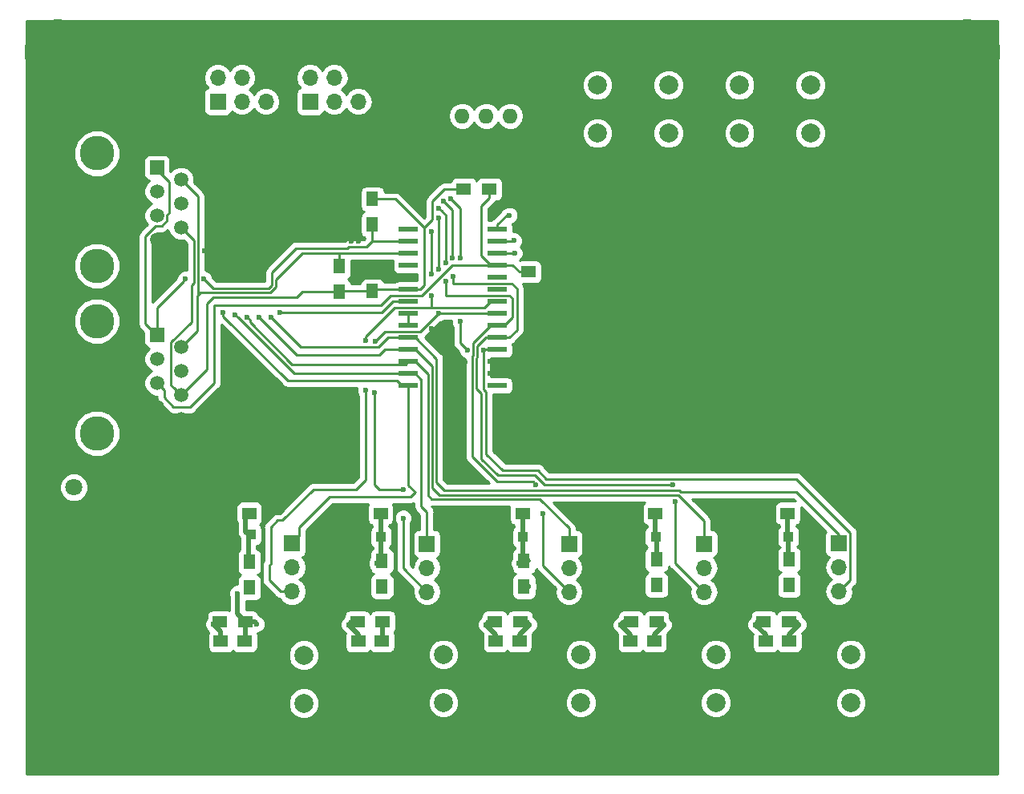
<source format=gbl>
G04 #@! TF.GenerationSoftware,KiCad,Pcbnew,(5.0.0-rc2-dev-340-g7483a73a5)*
G04 #@! TF.CreationDate,2018-04-20T18:58:31+02:00*
G04 #@! TF.ProjectId,PWRCTRLBRD,5057524354524C4252442E6B69636164,rev?*
G04 #@! TF.SameCoordinates,Original*
G04 #@! TF.FileFunction,Copper,L2,Bot,Signal*
G04 #@! TF.FilePolarity,Positive*
%FSLAX46Y46*%
G04 Gerber Fmt 4.6, Leading zero omitted, Abs format (unit mm)*
G04 Created by KiCad (PCBNEW (5.0.0-rc2-dev-340-g7483a73a5)) date 04/20/18 18:58:31*
%MOMM*%
%LPD*%
G01*
G04 APERTURE LIST*
%ADD10C,7.000000*%
%ADD11C,3.650000*%
%ADD12R,1.500000X1.500000*%
%ADD13C,1.500000*%
%ADD14R,1.250000X1.500000*%
%ADD15R,1.500000X1.250000*%
%ADD16C,2.000000*%
%ADD17R,1.300000X1.500000*%
%ADD18R,1.500000X1.300000*%
%ADD19R,1.600000X1.600000*%
%ADD20O,1.600000X1.600000*%
%ADD21R,2.000000X0.600000*%
%ADD22R,1.700000X1.700000*%
%ADD23O,1.700000X1.700000*%
%ADD24R,1.800000X1.800000*%
%ADD25C,1.800000*%
%ADD26R,1.100000X1.100000*%
%ADD27C,0.600000*%
%ADD28C,0.250000*%
%ADD29C,0.500000*%
%ADD30C,0.254000*%
G04 APERTURE END LIST*
D10*
X177824000Y-102692000D03*
X212824000Y-137692000D03*
X122824000Y-137692000D03*
X119824000Y-79692000D03*
D11*
X123974000Y-119992000D03*
X123974000Y-108122000D03*
D12*
X130324000Y-109612000D03*
D13*
X132864000Y-110882000D03*
X130324000Y-112152000D03*
X132864000Y-113422000D03*
X130324000Y-114692000D03*
X132864000Y-115962000D03*
X130324000Y-117232000D03*
X132864000Y-118502000D03*
D14*
X153074000Y-102442000D03*
X153074000Y-104942000D03*
D15*
X137074000Y-141942000D03*
X139574000Y-141942000D03*
X151574000Y-141942000D03*
X154074000Y-141942000D03*
X166074000Y-141942000D03*
X168574000Y-141942000D03*
X180324000Y-141942000D03*
X182824000Y-141942000D03*
X194574000Y-141942000D03*
X197074000Y-141942000D03*
D16*
X123574000Y-129692000D03*
X118494000Y-129692000D03*
X176824000Y-88272000D03*
X176824000Y-83192000D03*
X184324000Y-88272000D03*
X184324000Y-83192000D03*
X191824000Y-88272000D03*
X191824000Y-83192000D03*
X199324000Y-88272000D03*
X199324000Y-83192000D03*
X145824000Y-143442000D03*
X145824000Y-148522000D03*
D11*
X123974000Y-102282000D03*
X123974000Y-90412000D03*
D12*
X130324000Y-91902000D03*
D13*
X132864000Y-93172000D03*
X130324000Y-94442000D03*
X132864000Y-95712000D03*
X130324000Y-96982000D03*
X132864000Y-98252000D03*
X130324000Y-99522000D03*
X132864000Y-100792000D03*
D16*
X160574000Y-143362000D03*
X160574000Y-148442000D03*
X175074000Y-143362000D03*
X175074000Y-148442000D03*
X189324000Y-143362000D03*
X189324000Y-148442000D03*
X203574000Y-143362000D03*
X203574000Y-148442000D03*
D17*
X149574000Y-105042000D03*
X149574000Y-102342000D03*
D18*
X162724000Y-94192000D03*
X165424000Y-94192000D03*
D17*
X153074000Y-95242000D03*
X153074000Y-97942000D03*
D18*
X140074000Y-128442000D03*
X137374000Y-128442000D03*
X136974000Y-139942000D03*
X139674000Y-139942000D03*
X153924000Y-128442000D03*
X151224000Y-128442000D03*
X151474000Y-139942000D03*
X154174000Y-139942000D03*
X168924000Y-128442000D03*
X166224000Y-128442000D03*
X165974000Y-139942000D03*
X168674000Y-139942000D03*
X182924000Y-128442000D03*
X180224000Y-128442000D03*
X180374000Y-139942000D03*
X183074000Y-139942000D03*
X196924000Y-128442000D03*
X194224000Y-128442000D03*
X194374000Y-139942000D03*
X197074000Y-139942000D03*
D19*
X167614000Y-78822000D03*
D20*
X162534000Y-86442000D03*
X165074000Y-78822000D03*
X165074000Y-86442000D03*
X162534000Y-78822000D03*
X167614000Y-86442000D03*
D21*
X156874000Y-114947000D03*
X156874000Y-113677000D03*
X156874000Y-112407000D03*
X156874000Y-111137000D03*
X156874000Y-109867000D03*
X156874000Y-108597000D03*
X156874000Y-107327000D03*
X156874000Y-106057000D03*
X156874000Y-104787000D03*
X156874000Y-103517000D03*
X156874000Y-102247000D03*
X156874000Y-100977000D03*
X156874000Y-99707000D03*
X156874000Y-98437000D03*
X166274000Y-98437000D03*
X166274000Y-99707000D03*
X166274000Y-100977000D03*
X166274000Y-102247000D03*
X166274000Y-103517000D03*
X166274000Y-104787000D03*
X166274000Y-106057000D03*
X166274000Y-107327000D03*
X166274000Y-108597000D03*
X166274000Y-109867000D03*
X166274000Y-111137000D03*
X166274000Y-112407000D03*
X166274000Y-113677000D03*
X166274000Y-114947000D03*
D22*
X136744000Y-84942000D03*
D23*
X136744000Y-82402000D03*
X139284000Y-84942000D03*
X139284000Y-82402000D03*
X141824000Y-84942000D03*
X141824000Y-82402000D03*
D22*
X146494000Y-84942000D03*
D23*
X146494000Y-82402000D03*
X149034000Y-84942000D03*
X149034000Y-82402000D03*
X151574000Y-84942000D03*
X151574000Y-82402000D03*
D22*
X144574000Y-131612000D03*
D23*
X144574000Y-134152000D03*
X144574000Y-136692000D03*
D22*
X158824000Y-131652000D03*
D23*
X158824000Y-134192000D03*
X158824000Y-136732000D03*
D22*
X173824000Y-131652000D03*
D23*
X173824000Y-134192000D03*
X173824000Y-136732000D03*
D22*
X188074000Y-131652000D03*
D23*
X188074000Y-134192000D03*
X188074000Y-136732000D03*
D22*
X202324000Y-131612000D03*
D23*
X202324000Y-134152000D03*
X202324000Y-136692000D03*
D17*
X140074000Y-133592000D03*
X140074000Y-136292000D03*
X154074000Y-133492000D03*
X154074000Y-136192000D03*
X169074000Y-133492000D03*
X169074000Y-136192000D03*
X183074000Y-133342000D03*
X183074000Y-136042000D03*
X197074000Y-133342000D03*
X197074000Y-136042000D03*
D15*
X172074000Y-102942000D03*
X169574000Y-102942000D03*
D24*
X124074000Y-125692000D03*
D25*
X121534000Y-125692000D03*
D26*
X137424000Y-130692000D03*
X140224000Y-130692000D03*
X153974000Y-130942000D03*
X151174000Y-130942000D03*
X168974000Y-130942000D03*
X166174000Y-130942000D03*
X182974000Y-130942000D03*
X180174000Y-130942000D03*
X196974000Y-130942000D03*
X194174000Y-130942000D03*
D10*
X215824000Y-79692000D03*
D27*
X147574000Y-78192000D03*
X137824000Y-78192000D03*
X180174000Y-130942000D03*
X194174000Y-130942000D03*
X166174000Y-130942000D03*
X137174000Y-130692000D03*
X151174000Y-130942000D03*
X137874000Y-133482000D03*
X156874000Y-103517000D03*
X156874000Y-107327000D03*
X156874000Y-108597000D03*
X159324000Y-108942000D03*
X162824000Y-112442000D03*
X166274000Y-112407000D03*
X151574000Y-99692000D03*
X150824000Y-99692000D03*
X153074000Y-102442000D03*
X135324000Y-100692000D03*
X165069000Y-140217000D03*
X193519000Y-140217000D03*
X179294000Y-140242000D03*
X150569000Y-140217000D03*
X136294000Y-140142000D03*
X162724000Y-94192000D03*
X138824000Y-136902000D03*
X140854000Y-140142000D03*
X154174000Y-139942000D03*
X169629000Y-140217000D03*
X183854000Y-140242000D03*
X198079000Y-140217000D03*
X159324000Y-98692000D03*
X152324008Y-110192000D03*
X152324000Y-115442000D03*
X159324000Y-105442000D03*
X159324000Y-103192000D03*
X156324000Y-125942000D03*
X153370042Y-110271599D03*
X153324000Y-115692000D03*
X160049000Y-107327000D03*
X160074000Y-102692000D03*
X160074000Y-97192000D03*
X156324000Y-128942000D03*
X170324000Y-125416968D03*
X160824000Y-101942000D03*
X160074000Y-96192000D03*
X171074010Y-128442000D03*
X160824000Y-103942000D03*
X184821771Y-125416968D03*
X185074000Y-127192000D03*
X161523994Y-101445147D03*
X160565042Y-95444986D03*
X161574000Y-103442000D03*
X163074000Y-111192000D03*
X164824000Y-111192000D03*
X162324000Y-108192000D03*
X162324000Y-101442000D03*
X161324000Y-95192000D03*
X133324004Y-103692000D03*
X135274022Y-103692000D03*
X168074000Y-100942000D03*
X167998979Y-99639030D03*
X167548968Y-96944426D03*
X140074000Y-133592000D03*
X153524000Y-133732000D03*
X168524000Y-133732000D03*
X183074000Y-133342000D03*
X197074000Y-133342000D03*
X137324000Y-107192000D03*
X141074000Y-107692000D03*
X138574000Y-107442000D03*
X142324000Y-107692000D03*
X139824000Y-107692000D03*
X143324000Y-107192000D03*
X166274000Y-114947000D03*
X140074000Y-136292000D03*
X154074000Y-136192000D03*
X169574000Y-136192000D03*
X183074000Y-136042000D03*
X197074000Y-136042000D03*
D28*
X151574000Y-82402000D02*
X147574000Y-78402000D01*
X147574000Y-78402000D02*
X147574000Y-78192000D01*
X141824000Y-82402000D02*
X137824000Y-78402000D01*
X137824000Y-78402000D02*
X137824000Y-78192000D01*
D29*
X151224000Y-130892000D02*
X151174000Y-130942000D01*
X137174000Y-130692000D02*
X137174000Y-132782000D01*
X137174000Y-132782000D02*
X137874000Y-133482000D01*
D28*
X156874000Y-108597000D02*
X156874000Y-107327000D01*
X162524001Y-112142001D02*
X159324000Y-108942000D01*
X162824000Y-112442000D02*
X162524001Y-112142001D01*
X166274000Y-112407000D02*
X166274000Y-113677000D01*
X130324000Y-99522000D02*
X130324000Y-100582660D01*
X130324000Y-100582660D02*
X130533340Y-100792000D01*
X130533340Y-100792000D02*
X131803340Y-100792000D01*
X131803340Y-100792000D02*
X132864000Y-100792000D01*
X156874000Y-103517000D02*
X154024000Y-103517000D01*
X154024000Y-103517000D02*
X153074000Y-102567000D01*
X153074000Y-102567000D02*
X153074000Y-102442000D01*
D29*
X166074000Y-141942000D02*
X166074000Y-141222000D01*
X166074000Y-141222000D02*
X165069000Y-140217000D01*
X165974000Y-139942000D02*
X165344000Y-139942000D01*
X165344000Y-139942000D02*
X165069000Y-140217000D01*
X194574000Y-141942000D02*
X194574000Y-141272000D01*
X194574000Y-141272000D02*
X193519000Y-140217000D01*
X194374000Y-139942000D02*
X193794000Y-139942000D01*
X193794000Y-139942000D02*
X193519000Y-140217000D01*
X180324000Y-141942000D02*
X180324000Y-141272000D01*
X180324000Y-141272000D02*
X179294000Y-140242000D01*
X180374000Y-139942000D02*
X179594000Y-139942000D01*
X179594000Y-139942000D02*
X179294000Y-140242000D01*
X151574000Y-141942000D02*
X151574000Y-141222000D01*
X151574000Y-141222000D02*
X150569000Y-140217000D01*
X151474000Y-139942000D02*
X150844000Y-139942000D01*
X150844000Y-139942000D02*
X150569000Y-140217000D01*
X137074000Y-141942000D02*
X137074000Y-140922000D01*
X137074000Y-140922000D02*
X136294000Y-140142000D01*
X136974000Y-139942000D02*
X136494000Y-139942000D01*
X136494000Y-139942000D02*
X136294000Y-140142000D01*
D28*
X160685425Y-94192000D02*
X159383998Y-95493427D01*
X161724000Y-94192000D02*
X160685425Y-94192000D01*
X155487590Y-95242000D02*
X152574000Y-95242000D01*
X158574000Y-98251998D02*
X158497588Y-98251998D01*
X158497588Y-98251998D02*
X155487590Y-95242000D01*
X148674000Y-105042000D02*
X149574000Y-105042000D01*
X145674000Y-105042000D02*
X148674000Y-105042000D01*
X145074000Y-105642000D02*
X145674000Y-105042000D01*
X135574000Y-106305589D02*
X136237589Y-105642000D01*
X132864000Y-115962000D02*
X135574000Y-113252000D01*
X136237589Y-105642000D02*
X145074000Y-105642000D01*
X135574000Y-113252000D02*
X135574000Y-106305589D01*
X159383998Y-97442000D02*
X158574000Y-98251998D01*
X159383998Y-95493427D02*
X159383998Y-97442000D01*
X131788999Y-114886999D02*
X132114001Y-115212001D01*
X131788999Y-110365999D02*
X131788999Y-114886999D01*
X134199001Y-104128416D02*
X133949002Y-104378415D01*
X133949002Y-108205996D02*
X131788999Y-110365999D01*
X132864000Y-98252000D02*
X134199001Y-99587001D01*
X134199001Y-99587001D02*
X134199001Y-104128416D01*
X133949002Y-104378415D02*
X133949002Y-108205996D01*
X132114001Y-115212001D02*
X132864000Y-115962000D01*
X153074000Y-104942000D02*
X149674000Y-104942000D01*
X149674000Y-104942000D02*
X149574000Y-105042000D01*
X156874000Y-104787000D02*
X153229000Y-104787000D01*
X153229000Y-104787000D02*
X153074000Y-104942000D01*
X162724000Y-94192000D02*
X161724000Y-94192000D01*
X156874000Y-104787000D02*
X158124000Y-104787000D01*
X158124000Y-104787000D02*
X158574000Y-104337000D01*
X158574000Y-104337000D02*
X158574000Y-98251998D01*
D29*
X139674000Y-139942000D02*
X138824000Y-139092000D01*
X138824000Y-139092000D02*
X138824000Y-136902000D01*
X139674000Y-139942000D02*
X140654000Y-139942000D01*
X140654000Y-139942000D02*
X140854000Y-140142000D01*
X139674000Y-139942000D02*
X139674000Y-141842000D01*
X139674000Y-141842000D02*
X139574000Y-141942000D01*
X154174000Y-139942000D02*
X154174000Y-141842000D01*
X154174000Y-141842000D02*
X154074000Y-141942000D01*
X168674000Y-139942000D02*
X169354000Y-139942000D01*
X169354000Y-139942000D02*
X169629000Y-140217000D01*
X168824000Y-139792000D02*
X168674000Y-139942000D01*
X168574000Y-141942000D02*
X168574000Y-141272000D01*
X168574000Y-141272000D02*
X169629000Y-140217000D01*
X183074000Y-139942000D02*
X183554000Y-139942000D01*
X183554000Y-139942000D02*
X183854000Y-140242000D01*
X182824000Y-141942000D02*
X182824000Y-141272000D01*
X182824000Y-141272000D02*
X183854000Y-140242000D01*
X182824000Y-139692000D02*
X183074000Y-139942000D01*
X197074000Y-141942000D02*
X197074000Y-141222000D01*
X197074000Y-141222000D02*
X198079000Y-140217000D01*
X197074000Y-139942000D02*
X197804000Y-139942000D01*
X197804000Y-139942000D02*
X198079000Y-140217000D01*
X196824000Y-139692000D02*
X197074000Y-139942000D01*
D28*
X143074000Y-129192000D02*
X142324000Y-129942000D01*
X143574000Y-129192000D02*
X143074000Y-129192000D01*
X146824000Y-125942000D02*
X143574000Y-129192000D01*
X151324000Y-125942000D02*
X146824000Y-125942000D01*
X142198998Y-133891998D02*
X142198998Y-135519079D01*
X152324000Y-115442000D02*
X152324000Y-124942000D01*
X152324000Y-124942000D02*
X151324000Y-125942000D01*
X142324000Y-129942000D02*
X142324000Y-133766996D01*
X142324000Y-133766996D02*
X142198998Y-133891998D01*
X142198998Y-135519079D02*
X143371919Y-136692000D01*
X143371919Y-136692000D02*
X144574000Y-136692000D01*
X152324008Y-109767736D02*
X152324008Y-110192000D01*
X159324000Y-106701999D02*
X155389745Y-106701999D01*
X155389745Y-106701999D02*
X152324008Y-109767736D01*
X164929001Y-106701999D02*
X159324000Y-106701999D01*
X159324000Y-105442000D02*
X159324000Y-106701999D01*
X159324000Y-99116264D02*
X159324000Y-103192000D01*
X159324000Y-98692000D02*
X159324000Y-99116264D01*
X166274000Y-106057000D02*
X165574000Y-106057000D01*
X165574000Y-106057000D02*
X164929001Y-106701999D01*
X153824000Y-125942000D02*
X153324000Y-125442000D01*
X156324000Y-125942000D02*
X153824000Y-125942000D01*
X153324000Y-125442000D02*
X153324000Y-115692000D01*
X154399642Y-109241999D02*
X153670041Y-109971600D01*
X160049000Y-107327000D02*
X158134001Y-109241999D01*
X153670041Y-109971600D02*
X153370042Y-110271599D01*
X158134001Y-109241999D02*
X154399642Y-109241999D01*
X160074000Y-102692000D02*
X160074000Y-97192000D01*
X166274000Y-107327000D02*
X160049000Y-107327000D01*
X156324000Y-128942000D02*
X156324000Y-134232000D01*
X156324000Y-134232000D02*
X158824000Y-136732000D01*
X170024001Y-125116969D02*
X166274001Y-125116969D01*
X166274001Y-125116969D02*
X163623989Y-122466957D01*
X166274000Y-108597000D02*
X165574000Y-108597000D01*
X163699002Y-110471998D02*
X163699002Y-111755615D01*
X163699002Y-111755615D02*
X163623989Y-111830628D01*
X163623989Y-111830628D02*
X163623989Y-122466957D01*
X165574000Y-108597000D02*
X163699002Y-110471998D01*
X170024001Y-125116969D02*
X170324000Y-125416968D01*
X160824000Y-96942000D02*
X160824000Y-101942000D01*
X160373999Y-96491999D02*
X160824000Y-96942000D01*
X160074000Y-96192000D02*
X160373999Y-96491999D01*
X171074010Y-133982010D02*
X171074010Y-128866264D01*
X171074010Y-128866264D02*
X171074010Y-128442000D01*
X173824000Y-136732000D02*
X171074010Y-133982010D01*
X160824000Y-103942000D02*
X160824000Y-105442000D01*
X160824000Y-105442000D02*
X160834001Y-105431999D01*
X160834001Y-105431999D02*
X167534001Y-105431999D01*
X167534001Y-105431999D02*
X167824000Y-105721998D01*
X167824000Y-107747000D02*
X166974000Y-108597000D01*
X167824000Y-105721998D02*
X167824000Y-107747000D01*
X166974000Y-108597000D02*
X166274000Y-108597000D01*
X164149013Y-111942015D02*
X164074000Y-112017028D01*
X164149013Y-110741987D02*
X164149013Y-111942015D01*
X165024000Y-109867000D02*
X164149013Y-110741987D01*
X166324000Y-124442000D02*
X170249004Y-124442000D01*
X166274000Y-109867000D02*
X165024000Y-109867000D01*
X170249004Y-124442000D02*
X171223972Y-125416968D01*
X164074000Y-112017028D02*
X164074000Y-115268413D01*
X164074000Y-115268413D02*
X164574000Y-115768413D01*
X164574000Y-115768413D02*
X164574000Y-122692000D01*
X164574000Y-122692000D02*
X166324000Y-124442000D01*
X171223972Y-125416968D02*
X184397507Y-125416968D01*
X184397507Y-125416968D02*
X184821771Y-125416968D01*
X185074000Y-127616264D02*
X185074000Y-127192000D01*
X188074000Y-136732000D02*
X185074000Y-133732000D01*
X185074000Y-133732000D02*
X185074000Y-127616264D01*
X161523994Y-96403938D02*
X161523994Y-101020883D01*
X160565042Y-95444986D02*
X161523994Y-96403938D01*
X161523994Y-101020883D02*
X161523994Y-101445147D01*
X161604001Y-104161999D02*
X161574000Y-104131998D01*
X161574000Y-104131998D02*
X161574000Y-103442000D01*
X168324000Y-104692000D02*
X167793999Y-104161999D01*
X167793999Y-104161999D02*
X161604001Y-104161999D01*
X168324000Y-109067000D02*
X168324000Y-104692000D01*
X166274000Y-109867000D02*
X167524000Y-109867000D01*
X167524000Y-109867000D02*
X168324000Y-109067000D01*
X166824000Y-123942000D02*
X165074000Y-122192000D01*
X170574000Y-123942000D02*
X166824000Y-123942000D01*
X171423967Y-124791967D02*
X170574000Y-123942000D01*
X164824000Y-111616264D02*
X164824000Y-111192000D01*
X165074000Y-115632002D02*
X164824000Y-115382002D01*
X165074000Y-122192000D02*
X165074000Y-115632002D01*
X197788969Y-124791967D02*
X171423967Y-124791967D01*
X203499001Y-130501999D02*
X197788969Y-124791967D01*
X203499001Y-135516999D02*
X203499001Y-130501999D01*
X164824000Y-115382002D02*
X164824000Y-111616264D01*
X202324000Y-136692000D02*
X203499001Y-135516999D01*
X162324000Y-108192000D02*
X162324000Y-110442000D01*
X162774001Y-110892001D02*
X163074000Y-111192000D01*
X162324000Y-110442000D02*
X162774001Y-110892001D01*
X164879000Y-111137000D02*
X164824000Y-111192000D01*
X166274000Y-111137000D02*
X164879000Y-111137000D01*
X162324000Y-96192000D02*
X162324000Y-101442000D01*
X161324000Y-95192000D02*
X162324000Y-96192000D01*
X166974000Y-111137000D02*
X167074000Y-111237000D01*
X166274000Y-111137000D02*
X166974000Y-111137000D01*
X153074000Y-99707000D02*
X152463999Y-100317001D01*
X152463999Y-100317001D02*
X150559000Y-100317001D01*
X150434001Y-100442000D02*
X144999002Y-100442000D01*
X150559000Y-100317001D02*
X150434001Y-100442000D01*
X144999002Y-100442000D02*
X142449001Y-102992001D01*
X142449001Y-102992001D02*
X142449001Y-104316999D01*
X142449001Y-104316999D02*
X142074000Y-104692000D01*
X142074000Y-104692000D02*
X136274022Y-104692000D01*
X136274022Y-104692000D02*
X135574021Y-103991999D01*
X135574021Y-103991999D02*
X135274022Y-103692000D01*
X130324000Y-106692004D02*
X133024005Y-103991999D01*
X133024005Y-103991999D02*
X133324004Y-103692000D01*
X130324000Y-109612000D02*
X130324000Y-106692004D01*
X153074000Y-97942000D02*
X153074000Y-99707000D01*
X153074000Y-99707000D02*
X156874000Y-99707000D01*
X130324000Y-91902000D02*
X130324000Y-92192000D01*
X130324000Y-92192000D02*
X131574000Y-93442000D01*
X131399001Y-96866999D02*
X131399001Y-97498001D01*
X131574000Y-93442000D02*
X131574000Y-96692000D01*
X131574000Y-96692000D02*
X131399001Y-96866999D01*
X130208999Y-98057001D02*
X129074000Y-99192000D01*
X131399001Y-97498001D02*
X130840001Y-98057001D01*
X130840001Y-98057001D02*
X130208999Y-98057001D01*
X129074000Y-99192000D02*
X129074000Y-108442000D01*
X129074000Y-108442000D02*
X130324000Y-109692000D01*
X142899012Y-104503399D02*
X142899012Y-103753399D01*
X142899012Y-103753399D02*
X145675411Y-100977000D01*
X134873989Y-105142011D02*
X142260400Y-105142011D01*
X145675411Y-100977000D02*
X149574000Y-100977000D01*
X134574000Y-105442000D02*
X134873989Y-105142011D01*
X142260400Y-105142011D02*
X142899012Y-104503399D01*
X132864000Y-93172000D02*
X134649012Y-94957012D01*
X134649012Y-94957012D02*
X134649012Y-105366988D01*
X134649012Y-105366988D02*
X134574000Y-105442000D01*
X149574000Y-100977000D02*
X156874000Y-100977000D01*
X149574000Y-102342000D02*
X149574000Y-100977000D01*
X134574000Y-107942000D02*
X134574000Y-105442000D01*
X134574000Y-109172000D02*
X134574000Y-107942000D01*
X132864000Y-110882000D02*
X134574000Y-109172000D01*
X165574000Y-102247000D02*
X161519000Y-102247000D01*
X158144002Y-105442000D02*
X158134001Y-105431999D01*
X161519000Y-102247000D02*
X158324000Y-105442000D01*
X158324000Y-105442000D02*
X158144002Y-105442000D01*
X153985389Y-106442000D02*
X136324000Y-106442000D01*
X158134001Y-105431999D02*
X154995390Y-105431999D01*
X133824000Y-117192000D02*
X132074000Y-117192000D01*
X154995390Y-105431999D02*
X153985389Y-106442000D01*
X136324000Y-114692000D02*
X133824000Y-117192000D01*
X136324000Y-106442000D02*
X136324000Y-114692000D01*
X131073999Y-115441999D02*
X130324000Y-114692000D01*
X132074000Y-117192000D02*
X131073999Y-116191999D01*
X131073999Y-116191999D02*
X131073999Y-115441999D01*
X169574000Y-102942000D02*
X168574000Y-102942000D01*
X168574000Y-102942000D02*
X167879000Y-102247000D01*
X167879000Y-102247000D02*
X167524000Y-102247000D01*
X167524000Y-102247000D02*
X166274000Y-102247000D01*
X165424000Y-94192000D02*
X165424000Y-95092000D01*
X165424000Y-95092000D02*
X164574000Y-95942000D01*
X164574000Y-95942000D02*
X164574000Y-101247000D01*
X164574000Y-101247000D02*
X165574000Y-102247000D01*
X165574000Y-102247000D02*
X166274000Y-102247000D01*
X166274000Y-100977000D02*
X168039000Y-100977000D01*
X168039000Y-100977000D02*
X168074000Y-100942000D01*
X166274000Y-100977000D02*
X166974000Y-100977000D01*
X166274000Y-99707000D02*
X167931009Y-99707000D01*
X167931009Y-99707000D02*
X167998979Y-99639030D01*
X166974000Y-99707000D02*
X166274000Y-99707000D01*
X166274000Y-97887000D02*
X167216574Y-96944426D01*
X166274000Y-98437000D02*
X166274000Y-97887000D01*
X167216574Y-96944426D02*
X167548968Y-96944426D01*
D29*
X139674000Y-128442000D02*
X139674000Y-130392000D01*
X139674000Y-130392000D02*
X139974000Y-130692000D01*
X139974000Y-130692000D02*
X139974000Y-133492000D01*
X139974000Y-133492000D02*
X140074000Y-133592000D01*
X153974000Y-130942000D02*
X153974000Y-133392000D01*
X153974000Y-133392000D02*
X154074000Y-133492000D01*
X153924000Y-128442000D02*
X153924000Y-130892000D01*
X153924000Y-130892000D02*
X153974000Y-130942000D01*
X154074000Y-133492000D02*
X153764000Y-133492000D01*
X153764000Y-133492000D02*
X153524000Y-133732000D01*
X168974000Y-130942000D02*
X168974000Y-132892000D01*
X168974000Y-132892000D02*
X169574000Y-133492000D01*
X168924000Y-128442000D02*
X168924000Y-130892000D01*
X168924000Y-130892000D02*
X168974000Y-130942000D01*
X169574000Y-133492000D02*
X168764000Y-133492000D01*
X168764000Y-133492000D02*
X168524000Y-133732000D01*
X182924000Y-128442000D02*
X182924000Y-130892000D01*
X182924000Y-130892000D02*
X182974000Y-130942000D01*
X183074000Y-133342000D02*
X183074000Y-131042000D01*
X183074000Y-131042000D02*
X182974000Y-130942000D01*
X196924000Y-128442000D02*
X196924000Y-130892000D01*
X196924000Y-130892000D02*
X196974000Y-130942000D01*
X196974000Y-130942000D02*
X196974000Y-133242000D01*
X196974000Y-133242000D02*
X197074000Y-133342000D01*
D28*
X157574000Y-126192000D02*
X156874000Y-125492000D01*
X156874000Y-125492000D02*
X156874000Y-114947000D01*
X157074000Y-126692000D02*
X148574000Y-126692000D01*
X157574000Y-126192000D02*
X157074000Y-126692000D01*
X148574000Y-126692000D02*
X145324000Y-129942000D01*
X145324000Y-129942000D02*
X145324000Y-130862000D01*
X145324000Y-130862000D02*
X144574000Y-131612000D01*
X144104736Y-114397000D02*
X137324000Y-107616264D01*
X156174000Y-114947000D02*
X155624000Y-114397000D01*
X137324000Y-107616264D02*
X137324000Y-107192000D01*
X155624000Y-114397000D02*
X144104736Y-114397000D01*
X156874000Y-114947000D02*
X156174000Y-114947000D01*
X159373989Y-125741989D02*
X160123989Y-126491989D01*
X160123989Y-126491989D02*
X165623989Y-126491989D01*
X159373989Y-112936989D02*
X159373989Y-125741989D01*
X165623989Y-126491989D02*
X184698989Y-126491989D01*
X188074000Y-129266998D02*
X188074000Y-130552000D01*
X188074000Y-130552000D02*
X188074000Y-131652000D01*
X184773999Y-126566999D02*
X185374001Y-126566999D01*
X157574000Y-111137000D02*
X159373989Y-112936989D01*
X185374001Y-126566999D02*
X188074000Y-129266998D01*
X184698989Y-126491989D02*
X184773999Y-126566999D01*
X156874000Y-111137000D02*
X157574000Y-111137000D01*
X141074000Y-107692000D02*
X145074000Y-111692000D01*
X145074000Y-111692000D02*
X153824000Y-111692000D01*
X153824000Y-111692000D02*
X154379000Y-111137000D01*
X154379000Y-111137000D02*
X156874000Y-111137000D01*
X158199001Y-114302001D02*
X158199001Y-127677001D01*
X158199001Y-127677001D02*
X158824000Y-128302000D01*
X144809000Y-113677000D02*
X138873999Y-107741999D01*
X156874000Y-113677000D02*
X144809000Y-113677000D01*
X138873999Y-107741999D02*
X138574000Y-107442000D01*
X158824000Y-128302000D02*
X158824000Y-131652000D01*
X158824000Y-131652000D02*
X158824000Y-130552000D01*
X157574000Y-113677000D02*
X156874000Y-113677000D01*
X158199001Y-114302001D02*
X157574000Y-113677000D01*
X160673978Y-126041978D02*
X159824000Y-125192000D01*
X185485391Y-126041978D02*
X160673978Y-126041978D01*
X185635413Y-126192000D02*
X185485391Y-126041978D01*
X197824000Y-126192000D02*
X185635413Y-126192000D01*
X202324000Y-131612000D02*
X202324000Y-130692000D01*
X202324000Y-130692000D02*
X197824000Y-126192000D01*
X159824000Y-125192000D02*
X159824000Y-112117000D01*
X159824000Y-112117000D02*
X157574000Y-109867000D01*
X157574000Y-109867000D02*
X156874000Y-109867000D01*
X142324000Y-107692000D02*
X145528601Y-110896601D01*
X154699645Y-109867000D02*
X155624000Y-109867000D01*
X153670044Y-110896601D02*
X154699645Y-109867000D01*
X155624000Y-109867000D02*
X156874000Y-109867000D01*
X145528601Y-110896601D02*
X153670044Y-110896601D01*
X158923978Y-113756978D02*
X157574000Y-112407000D01*
X173824000Y-130016998D02*
X170749002Y-126942000D01*
X158923978Y-126541978D02*
X158923978Y-113756978D01*
X157574000Y-112407000D02*
X156874000Y-112407000D01*
X159324000Y-126942000D02*
X158923978Y-126541978D01*
X170749002Y-126942000D02*
X159324000Y-126942000D01*
X173824000Y-131652000D02*
X173824000Y-130016998D01*
X156874000Y-112407000D02*
X156589000Y-112692000D01*
X156589000Y-112692000D02*
X144574000Y-112692000D01*
X144574000Y-112692000D02*
X140123999Y-108241999D01*
X140123999Y-108241999D02*
X140123999Y-107991999D01*
X140123999Y-107991999D02*
X139824000Y-107692000D01*
X155209000Y-106057000D02*
X154074000Y-107192000D01*
X154074000Y-107192000D02*
X143324000Y-107192000D01*
X156874000Y-106057000D02*
X155209000Y-106057000D01*
D30*
G36*
X219114001Y-155982000D02*
X116534000Y-155982000D01*
X116534000Y-148196778D01*
X144189000Y-148196778D01*
X144189000Y-148847222D01*
X144437914Y-149448153D01*
X144897847Y-149908086D01*
X145498778Y-150157000D01*
X146149222Y-150157000D01*
X146750153Y-149908086D01*
X147210086Y-149448153D01*
X147459000Y-148847222D01*
X147459000Y-148196778D01*
X147425863Y-148116778D01*
X158939000Y-148116778D01*
X158939000Y-148767222D01*
X159187914Y-149368153D01*
X159647847Y-149828086D01*
X160248778Y-150077000D01*
X160899222Y-150077000D01*
X161500153Y-149828086D01*
X161960086Y-149368153D01*
X162209000Y-148767222D01*
X162209000Y-148116778D01*
X173439000Y-148116778D01*
X173439000Y-148767222D01*
X173687914Y-149368153D01*
X174147847Y-149828086D01*
X174748778Y-150077000D01*
X175399222Y-150077000D01*
X176000153Y-149828086D01*
X176460086Y-149368153D01*
X176709000Y-148767222D01*
X176709000Y-148116778D01*
X187689000Y-148116778D01*
X187689000Y-148767222D01*
X187937914Y-149368153D01*
X188397847Y-149828086D01*
X188998778Y-150077000D01*
X189649222Y-150077000D01*
X190250153Y-149828086D01*
X190710086Y-149368153D01*
X190959000Y-148767222D01*
X190959000Y-148116778D01*
X201939000Y-148116778D01*
X201939000Y-148767222D01*
X202187914Y-149368153D01*
X202647847Y-149828086D01*
X203248778Y-150077000D01*
X203899222Y-150077000D01*
X204500153Y-149828086D01*
X204960086Y-149368153D01*
X205209000Y-148767222D01*
X205209000Y-148116778D01*
X204960086Y-147515847D01*
X204500153Y-147055914D01*
X203899222Y-146807000D01*
X203248778Y-146807000D01*
X202647847Y-147055914D01*
X202187914Y-147515847D01*
X201939000Y-148116778D01*
X190959000Y-148116778D01*
X190710086Y-147515847D01*
X190250153Y-147055914D01*
X189649222Y-146807000D01*
X188998778Y-146807000D01*
X188397847Y-147055914D01*
X187937914Y-147515847D01*
X187689000Y-148116778D01*
X176709000Y-148116778D01*
X176460086Y-147515847D01*
X176000153Y-147055914D01*
X175399222Y-146807000D01*
X174748778Y-146807000D01*
X174147847Y-147055914D01*
X173687914Y-147515847D01*
X173439000Y-148116778D01*
X162209000Y-148116778D01*
X161960086Y-147515847D01*
X161500153Y-147055914D01*
X160899222Y-146807000D01*
X160248778Y-146807000D01*
X159647847Y-147055914D01*
X159187914Y-147515847D01*
X158939000Y-148116778D01*
X147425863Y-148116778D01*
X147210086Y-147595847D01*
X146750153Y-147135914D01*
X146149222Y-146887000D01*
X145498778Y-146887000D01*
X144897847Y-147135914D01*
X144437914Y-147595847D01*
X144189000Y-148196778D01*
X116534000Y-148196778D01*
X116534000Y-139956017D01*
X135359000Y-139956017D01*
X135359000Y-140327983D01*
X135501345Y-140671635D01*
X135615009Y-140785299D01*
X135625843Y-140839765D01*
X135752507Y-141029330D01*
X135725843Y-141069235D01*
X135676560Y-141317000D01*
X135676560Y-142567000D01*
X135725843Y-142814765D01*
X135866191Y-143024809D01*
X136076235Y-143165157D01*
X136324000Y-143214440D01*
X137824000Y-143214440D01*
X138071765Y-143165157D01*
X138281809Y-143024809D01*
X138324000Y-142961666D01*
X138366191Y-143024809D01*
X138576235Y-143165157D01*
X138824000Y-143214440D01*
X140324000Y-143214440D01*
X140571765Y-143165157D01*
X140644168Y-143116778D01*
X144189000Y-143116778D01*
X144189000Y-143767222D01*
X144437914Y-144368153D01*
X144897847Y-144828086D01*
X145498778Y-145077000D01*
X146149222Y-145077000D01*
X146750153Y-144828086D01*
X147210086Y-144368153D01*
X147459000Y-143767222D01*
X147459000Y-143116778D01*
X147210086Y-142515847D01*
X146750153Y-142055914D01*
X146149222Y-141807000D01*
X145498778Y-141807000D01*
X144897847Y-142055914D01*
X144437914Y-142515847D01*
X144189000Y-143116778D01*
X140644168Y-143116778D01*
X140781809Y-143024809D01*
X140922157Y-142814765D01*
X140971440Y-142567000D01*
X140971440Y-141317000D01*
X140923702Y-141077000D01*
X141039983Y-141077000D01*
X141383635Y-140934655D01*
X141646655Y-140671635D01*
X141789000Y-140327983D01*
X141789000Y-140031017D01*
X149634000Y-140031017D01*
X149634000Y-140402983D01*
X149776345Y-140746635D01*
X150039365Y-141009655D01*
X150160077Y-141059656D01*
X150216521Y-141116099D01*
X150176560Y-141317000D01*
X150176560Y-142567000D01*
X150225843Y-142814765D01*
X150366191Y-143024809D01*
X150576235Y-143165157D01*
X150824000Y-143214440D01*
X152324000Y-143214440D01*
X152571765Y-143165157D01*
X152781809Y-143024809D01*
X152824000Y-142961666D01*
X152866191Y-143024809D01*
X153076235Y-143165157D01*
X153324000Y-143214440D01*
X154824000Y-143214440D01*
X155071765Y-143165157D01*
X155263896Y-143036778D01*
X158939000Y-143036778D01*
X158939000Y-143687222D01*
X159187914Y-144288153D01*
X159647847Y-144748086D01*
X160248778Y-144997000D01*
X160899222Y-144997000D01*
X161500153Y-144748086D01*
X161960086Y-144288153D01*
X162209000Y-143687222D01*
X162209000Y-143036778D01*
X161960086Y-142435847D01*
X161500153Y-141975914D01*
X160899222Y-141727000D01*
X160248778Y-141727000D01*
X159647847Y-141975914D01*
X159187914Y-142435847D01*
X158939000Y-143036778D01*
X155263896Y-143036778D01*
X155281809Y-143024809D01*
X155422157Y-142814765D01*
X155471440Y-142567000D01*
X155471440Y-141317000D01*
X155422157Y-141069235D01*
X155395493Y-141029330D01*
X155522157Y-140839765D01*
X155571440Y-140592000D01*
X155571440Y-140031017D01*
X164134000Y-140031017D01*
X164134000Y-140402983D01*
X164276345Y-140746635D01*
X164539365Y-141009655D01*
X164660077Y-141059656D01*
X164716521Y-141116099D01*
X164676560Y-141317000D01*
X164676560Y-142567000D01*
X164725843Y-142814765D01*
X164866191Y-143024809D01*
X165076235Y-143165157D01*
X165324000Y-143214440D01*
X166824000Y-143214440D01*
X167071765Y-143165157D01*
X167281809Y-143024809D01*
X167324000Y-142961666D01*
X167366191Y-143024809D01*
X167576235Y-143165157D01*
X167824000Y-143214440D01*
X169324000Y-143214440D01*
X169571765Y-143165157D01*
X169763896Y-143036778D01*
X173439000Y-143036778D01*
X173439000Y-143687222D01*
X173687914Y-144288153D01*
X174147847Y-144748086D01*
X174748778Y-144997000D01*
X175399222Y-144997000D01*
X176000153Y-144748086D01*
X176460086Y-144288153D01*
X176709000Y-143687222D01*
X176709000Y-143036778D01*
X176460086Y-142435847D01*
X176000153Y-141975914D01*
X175399222Y-141727000D01*
X174748778Y-141727000D01*
X174147847Y-141975914D01*
X173687914Y-142435847D01*
X173439000Y-143036778D01*
X169763896Y-143036778D01*
X169781809Y-143024809D01*
X169922157Y-142814765D01*
X169971440Y-142567000D01*
X169971440Y-141317000D01*
X169939774Y-141157804D01*
X170037924Y-141059655D01*
X170158635Y-141009655D01*
X170421655Y-140746635D01*
X170564000Y-140402983D01*
X170564000Y-140056017D01*
X178359000Y-140056017D01*
X178359000Y-140427983D01*
X178501345Y-140771635D01*
X178764365Y-141034655D01*
X178885077Y-141084656D01*
X178958226Y-141157804D01*
X178926560Y-141317000D01*
X178926560Y-142567000D01*
X178975843Y-142814765D01*
X179116191Y-143024809D01*
X179326235Y-143165157D01*
X179574000Y-143214440D01*
X181074000Y-143214440D01*
X181321765Y-143165157D01*
X181531809Y-143024809D01*
X181574000Y-142961666D01*
X181616191Y-143024809D01*
X181826235Y-143165157D01*
X182074000Y-143214440D01*
X183574000Y-143214440D01*
X183821765Y-143165157D01*
X184013896Y-143036778D01*
X187689000Y-143036778D01*
X187689000Y-143687222D01*
X187937914Y-144288153D01*
X188397847Y-144748086D01*
X188998778Y-144997000D01*
X189649222Y-144997000D01*
X190250153Y-144748086D01*
X190710086Y-144288153D01*
X190959000Y-143687222D01*
X190959000Y-143036778D01*
X190710086Y-142435847D01*
X190250153Y-141975914D01*
X189649222Y-141727000D01*
X188998778Y-141727000D01*
X188397847Y-141975914D01*
X187937914Y-142435847D01*
X187689000Y-143036778D01*
X184013896Y-143036778D01*
X184031809Y-143024809D01*
X184172157Y-142814765D01*
X184221440Y-142567000D01*
X184221440Y-141317000D01*
X184189774Y-141157804D01*
X184262924Y-141084655D01*
X184383635Y-141034655D01*
X184646655Y-140771635D01*
X184789000Y-140427983D01*
X184789000Y-140056017D01*
X184778645Y-140031017D01*
X192584000Y-140031017D01*
X192584000Y-140402983D01*
X192726345Y-140746635D01*
X192989365Y-141009655D01*
X193110077Y-141059656D01*
X193208226Y-141157804D01*
X193176560Y-141317000D01*
X193176560Y-142567000D01*
X193225843Y-142814765D01*
X193366191Y-143024809D01*
X193576235Y-143165157D01*
X193824000Y-143214440D01*
X195324000Y-143214440D01*
X195571765Y-143165157D01*
X195781809Y-143024809D01*
X195824000Y-142961666D01*
X195866191Y-143024809D01*
X196076235Y-143165157D01*
X196324000Y-143214440D01*
X197824000Y-143214440D01*
X198071765Y-143165157D01*
X198263896Y-143036778D01*
X201939000Y-143036778D01*
X201939000Y-143687222D01*
X202187914Y-144288153D01*
X202647847Y-144748086D01*
X203248778Y-144997000D01*
X203899222Y-144997000D01*
X204500153Y-144748086D01*
X204960086Y-144288153D01*
X205209000Y-143687222D01*
X205209000Y-143036778D01*
X204960086Y-142435847D01*
X204500153Y-141975914D01*
X203899222Y-141727000D01*
X203248778Y-141727000D01*
X202647847Y-141975914D01*
X202187914Y-142435847D01*
X201939000Y-143036778D01*
X198263896Y-143036778D01*
X198281809Y-143024809D01*
X198422157Y-142814765D01*
X198471440Y-142567000D01*
X198471440Y-141317000D01*
X198431479Y-141116100D01*
X198487924Y-141059655D01*
X198608635Y-141009655D01*
X198871655Y-140746635D01*
X199014000Y-140402983D01*
X199014000Y-140031017D01*
X198871655Y-139687365D01*
X198608635Y-139424345D01*
X198489529Y-139375010D01*
X198471440Y-139347938D01*
X198471440Y-139292000D01*
X198422157Y-139044235D01*
X198281809Y-138834191D01*
X198071765Y-138693843D01*
X197824000Y-138644560D01*
X196324000Y-138644560D01*
X196076235Y-138693843D01*
X195866191Y-138834191D01*
X195725843Y-139044235D01*
X195724000Y-139053500D01*
X195722157Y-139044235D01*
X195581809Y-138834191D01*
X195371765Y-138693843D01*
X195124000Y-138644560D01*
X193624000Y-138644560D01*
X193376235Y-138693843D01*
X193166191Y-138834191D01*
X193025843Y-139044235D01*
X192976560Y-139292000D01*
X192976560Y-139437150D01*
X192726345Y-139687365D01*
X192584000Y-140031017D01*
X184778645Y-140031017D01*
X184646655Y-139712365D01*
X184471440Y-139537150D01*
X184471440Y-139292000D01*
X184422157Y-139044235D01*
X184281809Y-138834191D01*
X184071765Y-138693843D01*
X183824000Y-138644560D01*
X182324000Y-138644560D01*
X182076235Y-138693843D01*
X181866191Y-138834191D01*
X181725843Y-139044235D01*
X181724000Y-139053500D01*
X181722157Y-139044235D01*
X181581809Y-138834191D01*
X181371765Y-138693843D01*
X181124000Y-138644560D01*
X179624000Y-138644560D01*
X179376235Y-138693843D01*
X179166191Y-138834191D01*
X179025843Y-139044235D01*
X178976977Y-139289902D01*
X178955951Y-139303951D01*
X178906576Y-139377846D01*
X178885078Y-139399344D01*
X178764365Y-139449345D01*
X178501345Y-139712365D01*
X178359000Y-140056017D01*
X170564000Y-140056017D01*
X170564000Y-140031017D01*
X170421655Y-139687365D01*
X170158635Y-139424345D01*
X170071440Y-139388228D01*
X170071440Y-139292000D01*
X170022157Y-139044235D01*
X169881809Y-138834191D01*
X169671765Y-138693843D01*
X169424000Y-138644560D01*
X167924000Y-138644560D01*
X167676235Y-138693843D01*
X167466191Y-138834191D01*
X167325843Y-139044235D01*
X167324000Y-139053500D01*
X167322157Y-139044235D01*
X167181809Y-138834191D01*
X166971765Y-138693843D01*
X166724000Y-138644560D01*
X165224000Y-138644560D01*
X164976235Y-138693843D01*
X164766191Y-138834191D01*
X164625843Y-139044235D01*
X164576560Y-139292000D01*
X164576560Y-139408938D01*
X164539365Y-139424345D01*
X164276345Y-139687365D01*
X164134000Y-140031017D01*
X155571440Y-140031017D01*
X155571440Y-139292000D01*
X155522157Y-139044235D01*
X155381809Y-138834191D01*
X155171765Y-138693843D01*
X154924000Y-138644560D01*
X153424000Y-138644560D01*
X153176235Y-138693843D01*
X152966191Y-138834191D01*
X152825843Y-139044235D01*
X152824000Y-139053500D01*
X152822157Y-139044235D01*
X152681809Y-138834191D01*
X152471765Y-138693843D01*
X152224000Y-138644560D01*
X150724000Y-138644560D01*
X150476235Y-138693843D01*
X150266191Y-138834191D01*
X150125843Y-139044235D01*
X150076560Y-139292000D01*
X150076560Y-139408938D01*
X150039365Y-139424345D01*
X149776345Y-139687365D01*
X149634000Y-140031017D01*
X141789000Y-140031017D01*
X141789000Y-139956017D01*
X141646655Y-139612365D01*
X141383635Y-139349345D01*
X141298939Y-139314263D01*
X141292049Y-139303951D01*
X141040366Y-139135781D01*
X141022157Y-139044235D01*
X140881809Y-138834191D01*
X140671765Y-138693843D01*
X140424000Y-138644560D01*
X139709000Y-138644560D01*
X139709000Y-137689440D01*
X140724000Y-137689440D01*
X140971765Y-137640157D01*
X141181809Y-137499809D01*
X141322157Y-137289765D01*
X141371440Y-137042000D01*
X141371440Y-135542000D01*
X141322157Y-135294235D01*
X141181809Y-135084191D01*
X140971765Y-134943843D01*
X140962500Y-134942000D01*
X140971765Y-134940157D01*
X141181809Y-134799809D01*
X141322157Y-134589765D01*
X141371440Y-134342000D01*
X141371440Y-132842000D01*
X141322157Y-132594235D01*
X141181809Y-132384191D01*
X140971765Y-132243843D01*
X140859000Y-132221413D01*
X140859000Y-131872533D01*
X141021765Y-131840157D01*
X141231809Y-131699809D01*
X141372157Y-131489765D01*
X141421440Y-131242000D01*
X141421440Y-130142000D01*
X141372157Y-129894235D01*
X141231809Y-129684191D01*
X141156251Y-129633705D01*
X141281809Y-129549809D01*
X141422157Y-129339765D01*
X141471440Y-129092000D01*
X141471440Y-127792000D01*
X141422157Y-127544235D01*
X141281809Y-127334191D01*
X141071765Y-127193843D01*
X140824000Y-127144560D01*
X139324000Y-127144560D01*
X139076235Y-127193843D01*
X138866191Y-127334191D01*
X138725843Y-127544235D01*
X138676560Y-127792000D01*
X138676560Y-129092000D01*
X138725843Y-129339765D01*
X138789001Y-129434286D01*
X138789001Y-130304835D01*
X138771663Y-130392000D01*
X138840348Y-130737309D01*
X138986576Y-130956154D01*
X138986578Y-130956156D01*
X139026560Y-131015993D01*
X139026560Y-131242000D01*
X139075843Y-131489765D01*
X139089000Y-131509456D01*
X139089001Y-132302132D01*
X138966191Y-132384191D01*
X138825843Y-132594235D01*
X138776560Y-132842000D01*
X138776560Y-134342000D01*
X138825843Y-134589765D01*
X138966191Y-134799809D01*
X139176235Y-134940157D01*
X139185500Y-134942000D01*
X139176235Y-134943843D01*
X138966191Y-135084191D01*
X138825843Y-135294235D01*
X138776560Y-135542000D01*
X138776560Y-135967000D01*
X138638017Y-135967000D01*
X138294365Y-136109345D01*
X138031345Y-136372365D01*
X137889000Y-136716017D01*
X137889000Y-137087983D01*
X137939001Y-137208696D01*
X137939000Y-138687326D01*
X137724000Y-138644560D01*
X136224000Y-138644560D01*
X135976235Y-138693843D01*
X135766191Y-138834191D01*
X135625843Y-139044235D01*
X135576560Y-139292000D01*
X135576560Y-139537150D01*
X135501345Y-139612365D01*
X135359000Y-139956017D01*
X116534000Y-139956017D01*
X116534000Y-125386670D01*
X119999000Y-125386670D01*
X119999000Y-125997330D01*
X120232690Y-126561507D01*
X120664493Y-126993310D01*
X121228670Y-127227000D01*
X121839330Y-127227000D01*
X122403507Y-126993310D01*
X122835310Y-126561507D01*
X123069000Y-125997330D01*
X123069000Y-125386670D01*
X122835310Y-124822493D01*
X122403507Y-124390690D01*
X121839330Y-124157000D01*
X121228670Y-124157000D01*
X120664493Y-124390690D01*
X120232690Y-124822493D01*
X119999000Y-125386670D01*
X116534000Y-125386670D01*
X116534000Y-119502676D01*
X121514000Y-119502676D01*
X121514000Y-120481324D01*
X121888513Y-121385478D01*
X122580522Y-122077487D01*
X123484676Y-122452000D01*
X124463324Y-122452000D01*
X125367478Y-122077487D01*
X126059487Y-121385478D01*
X126434000Y-120481324D01*
X126434000Y-119502676D01*
X126059487Y-118598522D01*
X125367478Y-117906513D01*
X124463324Y-117532000D01*
X123484676Y-117532000D01*
X122580522Y-117906513D01*
X121888513Y-118598522D01*
X121514000Y-119502676D01*
X116534000Y-119502676D01*
X116534000Y-107632676D01*
X121514000Y-107632676D01*
X121514000Y-108611324D01*
X121888513Y-109515478D01*
X122580522Y-110207487D01*
X123484676Y-110582000D01*
X124463324Y-110582000D01*
X125367478Y-110207487D01*
X126059487Y-109515478D01*
X126434000Y-108611324D01*
X126434000Y-107632676D01*
X126059487Y-106728522D01*
X125367478Y-106036513D01*
X124463324Y-105662000D01*
X123484676Y-105662000D01*
X122580522Y-106036513D01*
X121888513Y-106728522D01*
X121514000Y-107632676D01*
X116534000Y-107632676D01*
X116534000Y-101792676D01*
X121514000Y-101792676D01*
X121514000Y-102771324D01*
X121888513Y-103675478D01*
X122580522Y-104367487D01*
X123484676Y-104742000D01*
X124463324Y-104742000D01*
X125367478Y-104367487D01*
X126059487Y-103675478D01*
X126434000Y-102771324D01*
X126434000Y-101792676D01*
X126059487Y-100888522D01*
X125367478Y-100196513D01*
X124463324Y-99822000D01*
X123484676Y-99822000D01*
X122580522Y-100196513D01*
X121888513Y-100888522D01*
X121514000Y-101792676D01*
X116534000Y-101792676D01*
X116534000Y-99192000D01*
X128299112Y-99192000D01*
X128314000Y-99266847D01*
X128314001Y-108367148D01*
X128299112Y-108442000D01*
X128358097Y-108738537D01*
X128463979Y-108897000D01*
X128526072Y-108989929D01*
X128589528Y-109032329D01*
X128926560Y-109369361D01*
X128926560Y-110362000D01*
X128975843Y-110609765D01*
X129116191Y-110819809D01*
X129326235Y-110960157D01*
X129518844Y-110998469D01*
X129149853Y-111367460D01*
X128939000Y-111876506D01*
X128939000Y-112427494D01*
X129149853Y-112936540D01*
X129539460Y-113326147D01*
X129770870Y-113422000D01*
X129539460Y-113517853D01*
X129149853Y-113907460D01*
X128939000Y-114416506D01*
X128939000Y-114967494D01*
X129149853Y-115476540D01*
X129539460Y-115866147D01*
X130048506Y-116077000D01*
X130313999Y-116077000D01*
X130313999Y-116117152D01*
X130299111Y-116191999D01*
X130313999Y-116266846D01*
X130313999Y-116266850D01*
X130358095Y-116488535D01*
X130526070Y-116739928D01*
X130589529Y-116782330D01*
X131483671Y-117676473D01*
X131526071Y-117739929D01*
X131777463Y-117907904D01*
X131999148Y-117952000D01*
X131999153Y-117952000D01*
X132074000Y-117966888D01*
X132148847Y-117952000D01*
X133749153Y-117952000D01*
X133824000Y-117966888D01*
X133898847Y-117952000D01*
X133898852Y-117952000D01*
X134120537Y-117907904D01*
X134371929Y-117739929D01*
X134414331Y-117676470D01*
X136808473Y-115282329D01*
X136871929Y-115239929D01*
X137039904Y-114988537D01*
X137084000Y-114766852D01*
X137084000Y-114766847D01*
X137098888Y-114692000D01*
X137084000Y-114617153D01*
X137084000Y-108451065D01*
X143514406Y-114881472D01*
X143556807Y-114944929D01*
X143620263Y-114987329D01*
X143808198Y-115112904D01*
X143856341Y-115122480D01*
X144029884Y-115157000D01*
X144029888Y-115157000D01*
X144104736Y-115171888D01*
X144179584Y-115157000D01*
X151430014Y-115157000D01*
X151389000Y-115256017D01*
X151389000Y-115627983D01*
X151531345Y-115971635D01*
X151564000Y-116004290D01*
X151564001Y-124627197D01*
X151009199Y-125182000D01*
X146898846Y-125182000D01*
X146823999Y-125167112D01*
X146749152Y-125182000D01*
X146749148Y-125182000D01*
X146527463Y-125226096D01*
X146276071Y-125394071D01*
X146233671Y-125457527D01*
X143259199Y-128432000D01*
X143148846Y-128432000D01*
X143073999Y-128417112D01*
X142999152Y-128432000D01*
X142999148Y-128432000D01*
X142777463Y-128476096D01*
X142526071Y-128644071D01*
X142483671Y-128707527D01*
X141839530Y-129351669D01*
X141776071Y-129394071D01*
X141608096Y-129645464D01*
X141564000Y-129867149D01*
X141564000Y-129867153D01*
X141549112Y-129942000D01*
X141564000Y-130016847D01*
X141564001Y-133474376D01*
X141483094Y-133595462D01*
X141438998Y-133817147D01*
X141438998Y-133817151D01*
X141424110Y-133891998D01*
X141438998Y-133966845D01*
X141438999Y-135444228D01*
X141424110Y-135519079D01*
X141438999Y-135593931D01*
X141472503Y-135762365D01*
X141483095Y-135815616D01*
X141606071Y-135999662D01*
X141651070Y-136067008D01*
X141714526Y-136109408D01*
X142781590Y-137176473D01*
X142823990Y-137239929D01*
X142887446Y-137282329D01*
X143075381Y-137407904D01*
X143123524Y-137417480D01*
X143295631Y-137451714D01*
X143503375Y-137762625D01*
X143994582Y-138090839D01*
X144427744Y-138177000D01*
X144720256Y-138177000D01*
X145153418Y-138090839D01*
X145644625Y-137762625D01*
X145972839Y-137271418D01*
X146088092Y-136692000D01*
X145972839Y-136112582D01*
X145644625Y-135621375D01*
X145346239Y-135422000D01*
X145644625Y-135222625D01*
X145972839Y-134731418D01*
X146088092Y-134152000D01*
X145972839Y-133572582D01*
X145644625Y-133081375D01*
X145626381Y-133069184D01*
X145671765Y-133060157D01*
X145881809Y-132919809D01*
X146022157Y-132709765D01*
X146071440Y-132462000D01*
X146071440Y-130999995D01*
X146084000Y-130936852D01*
X146084000Y-130936848D01*
X146098888Y-130862001D01*
X146084000Y-130787154D01*
X146084000Y-130256801D01*
X148888802Y-127452000D01*
X152637473Y-127452000D01*
X152575843Y-127544235D01*
X152526560Y-127792000D01*
X152526560Y-129092000D01*
X152575843Y-129339765D01*
X152716191Y-129549809D01*
X152926235Y-129690157D01*
X153039001Y-129712587D01*
X153039001Y-129885541D01*
X152966191Y-129934191D01*
X152825843Y-130144235D01*
X152776560Y-130392000D01*
X152776560Y-131492000D01*
X152825843Y-131739765D01*
X152966191Y-131949809D01*
X153089000Y-132031868D01*
X153089001Y-132202132D01*
X152966191Y-132284191D01*
X152825843Y-132494235D01*
X152776560Y-132742000D01*
X152776560Y-133157150D01*
X152731345Y-133202365D01*
X152589000Y-133546017D01*
X152589000Y-133917983D01*
X152731345Y-134261635D01*
X152792662Y-134322952D01*
X152825843Y-134489765D01*
X152966191Y-134699809D01*
X153176235Y-134840157D01*
X153185500Y-134842000D01*
X153176235Y-134843843D01*
X152966191Y-134984191D01*
X152825843Y-135194235D01*
X152776560Y-135442000D01*
X152776560Y-136942000D01*
X152825843Y-137189765D01*
X152966191Y-137399809D01*
X153176235Y-137540157D01*
X153424000Y-137589440D01*
X154724000Y-137589440D01*
X154971765Y-137540157D01*
X155181809Y-137399809D01*
X155322157Y-137189765D01*
X155371440Y-136942000D01*
X155371440Y-135442000D01*
X155322157Y-135194235D01*
X155181809Y-134984191D01*
X154971765Y-134843843D01*
X154962500Y-134842000D01*
X154971765Y-134840157D01*
X155181809Y-134699809D01*
X155322157Y-134489765D01*
X155371440Y-134242000D01*
X155371440Y-132742000D01*
X155322157Y-132494235D01*
X155181809Y-132284191D01*
X154971765Y-132143843D01*
X154859000Y-132121413D01*
X154859000Y-132031868D01*
X154981809Y-131949809D01*
X155122157Y-131739765D01*
X155171440Y-131492000D01*
X155171440Y-130392000D01*
X155122157Y-130144235D01*
X154981809Y-129934191D01*
X154809000Y-129818723D01*
X154809000Y-129712587D01*
X154921765Y-129690157D01*
X155131809Y-129549809D01*
X155272157Y-129339765D01*
X155321440Y-129092000D01*
X155321440Y-127792000D01*
X155272157Y-127544235D01*
X155210527Y-127452000D01*
X156999153Y-127452000D01*
X157074000Y-127466888D01*
X157148847Y-127452000D01*
X157148852Y-127452000D01*
X157370537Y-127407904D01*
X157439002Y-127362157D01*
X157439002Y-127602149D01*
X157424113Y-127677001D01*
X157483098Y-127973538D01*
X157600569Y-128149345D01*
X157651073Y-128224930D01*
X157714529Y-128267330D01*
X158064000Y-128616802D01*
X158064001Y-130154560D01*
X157974000Y-130154560D01*
X157726235Y-130203843D01*
X157516191Y-130344191D01*
X157375843Y-130554235D01*
X157326560Y-130802000D01*
X157326560Y-132502000D01*
X157375843Y-132749765D01*
X157516191Y-132959809D01*
X157726235Y-133100157D01*
X157771619Y-133109184D01*
X157753375Y-133121375D01*
X157425161Y-133612582D01*
X157318020Y-134151219D01*
X157084000Y-133917199D01*
X157084000Y-129504290D01*
X157116655Y-129471635D01*
X157259000Y-129127983D01*
X157259000Y-128756017D01*
X157116655Y-128412365D01*
X156853635Y-128149345D01*
X156509983Y-128007000D01*
X156138017Y-128007000D01*
X155794365Y-128149345D01*
X155531345Y-128412365D01*
X155389000Y-128756017D01*
X155389000Y-129127983D01*
X155531345Y-129471635D01*
X155564000Y-129504290D01*
X155564001Y-134157148D01*
X155549112Y-134232000D01*
X155608097Y-134528537D01*
X155622311Y-134549809D01*
X155776072Y-134779929D01*
X155839528Y-134822329D01*
X157382791Y-136365592D01*
X157309908Y-136732000D01*
X157425161Y-137311418D01*
X157753375Y-137802625D01*
X158244582Y-138130839D01*
X158677744Y-138217000D01*
X158970256Y-138217000D01*
X159403418Y-138130839D01*
X159894625Y-137802625D01*
X160222839Y-137311418D01*
X160338092Y-136732000D01*
X160222839Y-136152582D01*
X159894625Y-135661375D01*
X159596239Y-135462000D01*
X159894625Y-135262625D01*
X160222839Y-134771418D01*
X160338092Y-134192000D01*
X160222839Y-133612582D01*
X159894625Y-133121375D01*
X159876381Y-133109184D01*
X159921765Y-133100157D01*
X160131809Y-132959809D01*
X160272157Y-132749765D01*
X160321440Y-132502000D01*
X160321440Y-130802000D01*
X160272157Y-130554235D01*
X160131809Y-130344191D01*
X159921765Y-130203843D01*
X159674000Y-130154560D01*
X159584000Y-130154560D01*
X159584000Y-128376846D01*
X159598888Y-128301999D01*
X159584000Y-128227152D01*
X159584000Y-128227148D01*
X159539904Y-128005463D01*
X159371929Y-127754071D01*
X159313009Y-127714702D01*
X159324000Y-127716888D01*
X159398848Y-127702000D01*
X167544462Y-127702000D01*
X167526560Y-127792000D01*
X167526560Y-129092000D01*
X167575843Y-129339765D01*
X167716191Y-129549809D01*
X167926235Y-129690157D01*
X168039001Y-129712587D01*
X168039001Y-129885541D01*
X167966191Y-129934191D01*
X167825843Y-130144235D01*
X167776560Y-130392000D01*
X167776560Y-131492000D01*
X167825843Y-131739765D01*
X167966191Y-131949809D01*
X168089001Y-132031868D01*
X168089001Y-132202132D01*
X167966191Y-132284191D01*
X167825843Y-132494235D01*
X167776560Y-132742000D01*
X167776560Y-133157150D01*
X167731345Y-133202365D01*
X167589000Y-133546017D01*
X167589000Y-133917983D01*
X167731345Y-134261635D01*
X167792662Y-134322952D01*
X167825843Y-134489765D01*
X167966191Y-134699809D01*
X168176235Y-134840157D01*
X168185500Y-134842000D01*
X168176235Y-134843843D01*
X167966191Y-134984191D01*
X167825843Y-135194235D01*
X167776560Y-135442000D01*
X167776560Y-136942000D01*
X167825843Y-137189765D01*
X167966191Y-137399809D01*
X168176235Y-137540157D01*
X168424000Y-137589440D01*
X169724000Y-137589440D01*
X169971765Y-137540157D01*
X170181809Y-137399809D01*
X170322157Y-137189765D01*
X170371440Y-136942000D01*
X170371440Y-136710083D01*
X170509000Y-136377983D01*
X170509000Y-136006017D01*
X170371440Y-135673917D01*
X170371440Y-135442000D01*
X170322157Y-135194235D01*
X170181809Y-134984191D01*
X169971765Y-134843843D01*
X169962500Y-134842000D01*
X169971765Y-134840157D01*
X170181809Y-134699809D01*
X170322157Y-134489765D01*
X170362779Y-134285540D01*
X170526081Y-134529939D01*
X170589540Y-134572341D01*
X172382791Y-136365592D01*
X172309908Y-136732000D01*
X172425161Y-137311418D01*
X172753375Y-137802625D01*
X173244582Y-138130839D01*
X173677744Y-138217000D01*
X173970256Y-138217000D01*
X174403418Y-138130839D01*
X174894625Y-137802625D01*
X175222839Y-137311418D01*
X175338092Y-136732000D01*
X175222839Y-136152582D01*
X174894625Y-135661375D01*
X174596239Y-135462000D01*
X174894625Y-135262625D01*
X175222839Y-134771418D01*
X175338092Y-134192000D01*
X175222839Y-133612582D01*
X174894625Y-133121375D01*
X174876381Y-133109184D01*
X174921765Y-133100157D01*
X175131809Y-132959809D01*
X175272157Y-132749765D01*
X175321440Y-132502000D01*
X175321440Y-130802000D01*
X175272157Y-130554235D01*
X175131809Y-130344191D01*
X174921765Y-130203843D01*
X174674000Y-130154560D01*
X174584000Y-130154560D01*
X174584000Y-130091845D01*
X174598888Y-130016998D01*
X174584000Y-129942151D01*
X174584000Y-129942146D01*
X174539904Y-129720461D01*
X174371929Y-129469069D01*
X174308473Y-129426669D01*
X172133792Y-127251989D01*
X181839214Y-127251989D01*
X181716191Y-127334191D01*
X181575843Y-127544235D01*
X181526560Y-127792000D01*
X181526560Y-129092000D01*
X181575843Y-129339765D01*
X181716191Y-129549809D01*
X181926235Y-129690157D01*
X182039001Y-129712587D01*
X182039001Y-129885541D01*
X181966191Y-129934191D01*
X181825843Y-130144235D01*
X181776560Y-130392000D01*
X181776560Y-131492000D01*
X181825843Y-131739765D01*
X181966191Y-131949809D01*
X182104164Y-132042000D01*
X181966191Y-132134191D01*
X181825843Y-132344235D01*
X181776560Y-132592000D01*
X181776560Y-134092000D01*
X181825843Y-134339765D01*
X181966191Y-134549809D01*
X182176235Y-134690157D01*
X182185500Y-134692000D01*
X182176235Y-134693843D01*
X181966191Y-134834191D01*
X181825843Y-135044235D01*
X181776560Y-135292000D01*
X181776560Y-136792000D01*
X181825843Y-137039765D01*
X181966191Y-137249809D01*
X182176235Y-137390157D01*
X182424000Y-137439440D01*
X183724000Y-137439440D01*
X183971765Y-137390157D01*
X184181809Y-137249809D01*
X184322157Y-137039765D01*
X184371440Y-136792000D01*
X184371440Y-135292000D01*
X184322157Y-135044235D01*
X184181809Y-134834191D01*
X183971765Y-134693843D01*
X183962500Y-134692000D01*
X183971765Y-134690157D01*
X184181809Y-134549809D01*
X184322157Y-134339765D01*
X184371440Y-134092000D01*
X184371440Y-134048507D01*
X184526071Y-134279929D01*
X184589530Y-134322331D01*
X186632791Y-136365592D01*
X186559908Y-136732000D01*
X186675161Y-137311418D01*
X187003375Y-137802625D01*
X187494582Y-138130839D01*
X187927744Y-138217000D01*
X188220256Y-138217000D01*
X188653418Y-138130839D01*
X189144625Y-137802625D01*
X189472839Y-137311418D01*
X189588092Y-136732000D01*
X189472839Y-136152582D01*
X189144625Y-135661375D01*
X188846239Y-135462000D01*
X189144625Y-135262625D01*
X189472839Y-134771418D01*
X189588092Y-134192000D01*
X189472839Y-133612582D01*
X189144625Y-133121375D01*
X189126381Y-133109184D01*
X189171765Y-133100157D01*
X189381809Y-132959809D01*
X189522157Y-132749765D01*
X189571440Y-132502000D01*
X189571440Y-130802000D01*
X189522157Y-130554235D01*
X189381809Y-130344191D01*
X189171765Y-130203843D01*
X188924000Y-130154560D01*
X188834000Y-130154560D01*
X188834000Y-129341844D01*
X188848888Y-129266997D01*
X188834000Y-129192150D01*
X188834000Y-129192146D01*
X188789904Y-128970461D01*
X188621929Y-128719069D01*
X188558473Y-128676669D01*
X186833803Y-126952000D01*
X197509199Y-126952000D01*
X197708651Y-127151453D01*
X197674000Y-127144560D01*
X196174000Y-127144560D01*
X195926235Y-127193843D01*
X195716191Y-127334191D01*
X195575843Y-127544235D01*
X195526560Y-127792000D01*
X195526560Y-129092000D01*
X195575843Y-129339765D01*
X195716191Y-129549809D01*
X195926235Y-129690157D01*
X196039001Y-129712587D01*
X196039001Y-129885541D01*
X195966191Y-129934191D01*
X195825843Y-130144235D01*
X195776560Y-130392000D01*
X195776560Y-131492000D01*
X195825843Y-131739765D01*
X195966191Y-131949809D01*
X196089000Y-132031868D01*
X196089000Y-132052132D01*
X195966191Y-132134191D01*
X195825843Y-132344235D01*
X195776560Y-132592000D01*
X195776560Y-134092000D01*
X195825843Y-134339765D01*
X195966191Y-134549809D01*
X196176235Y-134690157D01*
X196185500Y-134692000D01*
X196176235Y-134693843D01*
X195966191Y-134834191D01*
X195825843Y-135044235D01*
X195776560Y-135292000D01*
X195776560Y-136792000D01*
X195825843Y-137039765D01*
X195966191Y-137249809D01*
X196176235Y-137390157D01*
X196424000Y-137439440D01*
X197724000Y-137439440D01*
X197971765Y-137390157D01*
X198181809Y-137249809D01*
X198322157Y-137039765D01*
X198371440Y-136792000D01*
X198371440Y-135292000D01*
X198322157Y-135044235D01*
X198181809Y-134834191D01*
X197971765Y-134693843D01*
X197962500Y-134692000D01*
X197971765Y-134690157D01*
X198181809Y-134549809D01*
X198322157Y-134339765D01*
X198371440Y-134092000D01*
X198371440Y-132592000D01*
X198322157Y-132344235D01*
X198181809Y-132134191D01*
X197971765Y-131993843D01*
X197928722Y-131985281D01*
X197981809Y-131949809D01*
X198122157Y-131739765D01*
X198171440Y-131492000D01*
X198171440Y-130392000D01*
X198122157Y-130144235D01*
X197981809Y-129934191D01*
X197809000Y-129818723D01*
X197809000Y-129712587D01*
X197921765Y-129690157D01*
X198131809Y-129549809D01*
X198272157Y-129339765D01*
X198321440Y-129092000D01*
X198321440Y-127792000D01*
X198314548Y-127757349D01*
X200954186Y-130396988D01*
X200875843Y-130514235D01*
X200826560Y-130762000D01*
X200826560Y-132462000D01*
X200875843Y-132709765D01*
X201016191Y-132919809D01*
X201226235Y-133060157D01*
X201271619Y-133069184D01*
X201253375Y-133081375D01*
X200925161Y-133572582D01*
X200809908Y-134152000D01*
X200925161Y-134731418D01*
X201253375Y-135222625D01*
X201551761Y-135422000D01*
X201253375Y-135621375D01*
X200925161Y-136112582D01*
X200809908Y-136692000D01*
X200925161Y-137271418D01*
X201253375Y-137762625D01*
X201744582Y-138090839D01*
X202177744Y-138177000D01*
X202470256Y-138177000D01*
X202903418Y-138090839D01*
X203394625Y-137762625D01*
X203722839Y-137271418D01*
X203838092Y-136692000D01*
X203765209Y-136325593D01*
X203983477Y-136107326D01*
X204046930Y-136064928D01*
X204089328Y-136001475D01*
X204089330Y-136001473D01*
X204214904Y-135813537D01*
X204214905Y-135813536D01*
X204259001Y-135591851D01*
X204259001Y-135591847D01*
X204273889Y-135517000D01*
X204259001Y-135442153D01*
X204259001Y-130576847D01*
X204273889Y-130501999D01*
X204259001Y-130427151D01*
X204259001Y-130427147D01*
X204214905Y-130205462D01*
X204214905Y-130205461D01*
X204089330Y-130017526D01*
X204046930Y-129954070D01*
X203983474Y-129911670D01*
X198379300Y-124307497D01*
X198336898Y-124244038D01*
X198085506Y-124076063D01*
X197863821Y-124031967D01*
X197863816Y-124031967D01*
X197788969Y-124017079D01*
X197714122Y-124031967D01*
X171738769Y-124031967D01*
X171164331Y-123457530D01*
X171121929Y-123394071D01*
X170870537Y-123226096D01*
X170648852Y-123182000D01*
X170648847Y-123182000D01*
X170574000Y-123167112D01*
X170499153Y-123182000D01*
X167138802Y-123182000D01*
X165834000Y-121877199D01*
X165834000Y-115894440D01*
X167274000Y-115894440D01*
X167521765Y-115845157D01*
X167731809Y-115704809D01*
X167872157Y-115494765D01*
X167921440Y-115247000D01*
X167921440Y-114647000D01*
X167872157Y-114399235D01*
X167731809Y-114189191D01*
X167521765Y-114048843D01*
X167274000Y-113999560D01*
X165584000Y-113999560D01*
X165584000Y-112084440D01*
X167274000Y-112084440D01*
X167521765Y-112035157D01*
X167731809Y-111894809D01*
X167872157Y-111684765D01*
X167921440Y-111437000D01*
X167921440Y-110837000D01*
X167872157Y-110589235D01*
X167853299Y-110561013D01*
X168071929Y-110414929D01*
X168114331Y-110351470D01*
X168808473Y-109657329D01*
X168871929Y-109614929D01*
X168957323Y-109487128D01*
X169039904Y-109363538D01*
X169057183Y-109276671D01*
X169084000Y-109141852D01*
X169084000Y-109141848D01*
X169098888Y-109067000D01*
X169084000Y-108992152D01*
X169084000Y-104766848D01*
X169098888Y-104692000D01*
X169084000Y-104617152D01*
X169084000Y-104617148D01*
X169039904Y-104395463D01*
X168918948Y-104214440D01*
X170324000Y-104214440D01*
X170571765Y-104165157D01*
X170781809Y-104024809D01*
X170922157Y-103814765D01*
X170971440Y-103567000D01*
X170971440Y-102317000D01*
X170922157Y-102069235D01*
X170781809Y-101859191D01*
X170571765Y-101718843D01*
X170324000Y-101669560D01*
X168824000Y-101669560D01*
X168630177Y-101708113D01*
X168866655Y-101471635D01*
X169009000Y-101127983D01*
X169009000Y-100756017D01*
X168866655Y-100412365D01*
X168707295Y-100253005D01*
X168791634Y-100168665D01*
X168933979Y-99825013D01*
X168933979Y-99453047D01*
X168791634Y-99109395D01*
X168528614Y-98846375D01*
X168184962Y-98704030D01*
X167921440Y-98704030D01*
X167921440Y-98137000D01*
X167872157Y-97889235D01*
X167837281Y-97837040D01*
X168078603Y-97737081D01*
X168341623Y-97474061D01*
X168483968Y-97130409D01*
X168483968Y-96758443D01*
X168341623Y-96414791D01*
X168078603Y-96151771D01*
X167734951Y-96009426D01*
X167362985Y-96009426D01*
X167019333Y-96151771D01*
X166948180Y-96222924D01*
X166920037Y-96228522D01*
X166668645Y-96396497D01*
X166626245Y-96459953D01*
X165789528Y-97296671D01*
X165726072Y-97339071D01*
X165625518Y-97489560D01*
X165334000Y-97489560D01*
X165334000Y-96256801D01*
X165908473Y-95682329D01*
X165971929Y-95639929D01*
X166072483Y-95489440D01*
X166174000Y-95489440D01*
X166421765Y-95440157D01*
X166631809Y-95299809D01*
X166772157Y-95089765D01*
X166821440Y-94842000D01*
X166821440Y-93542000D01*
X166772157Y-93294235D01*
X166631809Y-93084191D01*
X166421765Y-92943843D01*
X166174000Y-92894560D01*
X164674000Y-92894560D01*
X164426235Y-92943843D01*
X164216191Y-93084191D01*
X164075843Y-93294235D01*
X164074000Y-93303500D01*
X164072157Y-93294235D01*
X163931809Y-93084191D01*
X163721765Y-92943843D01*
X163474000Y-92894560D01*
X161974000Y-92894560D01*
X161726235Y-92943843D01*
X161516191Y-93084191D01*
X161375843Y-93294235D01*
X161348440Y-93432000D01*
X160760273Y-93432000D01*
X160685425Y-93417112D01*
X160610577Y-93432000D01*
X160610573Y-93432000D01*
X160437030Y-93466520D01*
X160388887Y-93476096D01*
X160201843Y-93601076D01*
X160137496Y-93644071D01*
X160095096Y-93707527D01*
X158899528Y-94903096D01*
X158836069Y-94945498D01*
X158668094Y-95196891D01*
X158623998Y-95418576D01*
X158623998Y-95418580D01*
X158609110Y-95493427D01*
X158623998Y-95568274D01*
X158623999Y-97127197D01*
X158535794Y-97215402D01*
X156077921Y-94757530D01*
X156035519Y-94694071D01*
X155784127Y-94526096D01*
X155562442Y-94482000D01*
X155562437Y-94482000D01*
X155487590Y-94467112D01*
X155412743Y-94482000D01*
X154369451Y-94482000D01*
X154322157Y-94244235D01*
X154181809Y-94034191D01*
X153971765Y-93893843D01*
X153724000Y-93844560D01*
X152424000Y-93844560D01*
X152176235Y-93893843D01*
X151966191Y-94034191D01*
X151825843Y-94244235D01*
X151776560Y-94492000D01*
X151776560Y-95992000D01*
X151825843Y-96239765D01*
X151966191Y-96449809D01*
X152176235Y-96590157D01*
X152185500Y-96592000D01*
X152176235Y-96593843D01*
X151966191Y-96734191D01*
X151825843Y-96944235D01*
X151776560Y-97192000D01*
X151776560Y-98692000D01*
X151825843Y-98939765D01*
X151966191Y-99149809D01*
X152176235Y-99290157D01*
X152314001Y-99317560D01*
X152314001Y-99392198D01*
X152149198Y-99557001D01*
X150633846Y-99557001D01*
X150558999Y-99542113D01*
X150484152Y-99557001D01*
X150484148Y-99557001D01*
X150262463Y-99601097D01*
X150141383Y-99682000D01*
X145073849Y-99682000D01*
X144999002Y-99667112D01*
X144924155Y-99682000D01*
X144924150Y-99682000D01*
X144702465Y-99726096D01*
X144451073Y-99894071D01*
X144408673Y-99957527D01*
X141964531Y-102401670D01*
X141901072Y-102444072D01*
X141733097Y-102695465D01*
X141689001Y-102917150D01*
X141689001Y-102917154D01*
X141674113Y-102992001D01*
X141689001Y-103066848D01*
X141689002Y-103932000D01*
X136588824Y-103932000D01*
X136209022Y-103552199D01*
X136209022Y-103506017D01*
X136066677Y-103162365D01*
X135803657Y-102899345D01*
X135460005Y-102757000D01*
X135409012Y-102757000D01*
X135409012Y-95031858D01*
X135423900Y-94957011D01*
X135409012Y-94882164D01*
X135409012Y-94882160D01*
X135364916Y-94660475D01*
X135196941Y-94409083D01*
X135133485Y-94366683D01*
X134238835Y-93472034D01*
X134249000Y-93447494D01*
X134249000Y-92896506D01*
X134038147Y-92387460D01*
X133648540Y-91997853D01*
X133139494Y-91787000D01*
X132588506Y-91787000D01*
X132079460Y-91997853D01*
X131721440Y-92355873D01*
X131721440Y-91152000D01*
X131672157Y-90904235D01*
X131531809Y-90694191D01*
X131321765Y-90553843D01*
X131074000Y-90504560D01*
X129574000Y-90504560D01*
X129326235Y-90553843D01*
X129116191Y-90694191D01*
X128975843Y-90904235D01*
X128926560Y-91152000D01*
X128926560Y-92652000D01*
X128975843Y-92899765D01*
X129116191Y-93109809D01*
X129326235Y-93250157D01*
X129518844Y-93288469D01*
X129149853Y-93657460D01*
X128939000Y-94166506D01*
X128939000Y-94717494D01*
X129149853Y-95226540D01*
X129539460Y-95616147D01*
X129770870Y-95712000D01*
X129539460Y-95807853D01*
X129149853Y-96197460D01*
X128939000Y-96706506D01*
X128939000Y-97257494D01*
X129149853Y-97766540D01*
X129287256Y-97903943D01*
X128589530Y-98601669D01*
X128526071Y-98644071D01*
X128358096Y-98895464D01*
X128314000Y-99117149D01*
X128314000Y-99117153D01*
X128299112Y-99192000D01*
X116534000Y-99192000D01*
X116534000Y-89922676D01*
X121514000Y-89922676D01*
X121514000Y-90901324D01*
X121888513Y-91805478D01*
X122580522Y-92497487D01*
X123484676Y-92872000D01*
X124463324Y-92872000D01*
X125367478Y-92497487D01*
X126059487Y-91805478D01*
X126434000Y-90901324D01*
X126434000Y-89922676D01*
X126059487Y-89018522D01*
X125367478Y-88326513D01*
X124463324Y-87952000D01*
X123484676Y-87952000D01*
X122580522Y-88326513D01*
X121888513Y-89018522D01*
X121514000Y-89922676D01*
X116534000Y-89922676D01*
X116534000Y-87946778D01*
X175189000Y-87946778D01*
X175189000Y-88597222D01*
X175437914Y-89198153D01*
X175897847Y-89658086D01*
X176498778Y-89907000D01*
X177149222Y-89907000D01*
X177750153Y-89658086D01*
X178210086Y-89198153D01*
X178459000Y-88597222D01*
X178459000Y-87946778D01*
X182689000Y-87946778D01*
X182689000Y-88597222D01*
X182937914Y-89198153D01*
X183397847Y-89658086D01*
X183998778Y-89907000D01*
X184649222Y-89907000D01*
X185250153Y-89658086D01*
X185710086Y-89198153D01*
X185959000Y-88597222D01*
X185959000Y-87946778D01*
X190189000Y-87946778D01*
X190189000Y-88597222D01*
X190437914Y-89198153D01*
X190897847Y-89658086D01*
X191498778Y-89907000D01*
X192149222Y-89907000D01*
X192750153Y-89658086D01*
X193210086Y-89198153D01*
X193459000Y-88597222D01*
X193459000Y-87946778D01*
X197689000Y-87946778D01*
X197689000Y-88597222D01*
X197937914Y-89198153D01*
X198397847Y-89658086D01*
X198998778Y-89907000D01*
X199649222Y-89907000D01*
X200250153Y-89658086D01*
X200710086Y-89198153D01*
X200959000Y-88597222D01*
X200959000Y-87946778D01*
X200710086Y-87345847D01*
X200250153Y-86885914D01*
X199649222Y-86637000D01*
X198998778Y-86637000D01*
X198397847Y-86885914D01*
X197937914Y-87345847D01*
X197689000Y-87946778D01*
X193459000Y-87946778D01*
X193210086Y-87345847D01*
X192750153Y-86885914D01*
X192149222Y-86637000D01*
X191498778Y-86637000D01*
X190897847Y-86885914D01*
X190437914Y-87345847D01*
X190189000Y-87946778D01*
X185959000Y-87946778D01*
X185710086Y-87345847D01*
X185250153Y-86885914D01*
X184649222Y-86637000D01*
X183998778Y-86637000D01*
X183397847Y-86885914D01*
X182937914Y-87345847D01*
X182689000Y-87946778D01*
X178459000Y-87946778D01*
X178210086Y-87345847D01*
X177750153Y-86885914D01*
X177149222Y-86637000D01*
X176498778Y-86637000D01*
X175897847Y-86885914D01*
X175437914Y-87345847D01*
X175189000Y-87946778D01*
X116534000Y-87946778D01*
X116534000Y-86442000D01*
X161070887Y-86442000D01*
X161182260Y-87001909D01*
X161499423Y-87476577D01*
X161974091Y-87793740D01*
X162392667Y-87877000D01*
X162675333Y-87877000D01*
X163093909Y-87793740D01*
X163568577Y-87476577D01*
X163804000Y-87124242D01*
X164039423Y-87476577D01*
X164514091Y-87793740D01*
X164932667Y-87877000D01*
X165215333Y-87877000D01*
X165633909Y-87793740D01*
X166108577Y-87476577D01*
X166344000Y-87124242D01*
X166579423Y-87476577D01*
X167054091Y-87793740D01*
X167472667Y-87877000D01*
X167755333Y-87877000D01*
X168173909Y-87793740D01*
X168648577Y-87476577D01*
X168965740Y-87001909D01*
X169077113Y-86442000D01*
X168965740Y-85882091D01*
X168648577Y-85407423D01*
X168173909Y-85090260D01*
X167755333Y-85007000D01*
X167472667Y-85007000D01*
X167054091Y-85090260D01*
X166579423Y-85407423D01*
X166344000Y-85759758D01*
X166108577Y-85407423D01*
X165633909Y-85090260D01*
X165215333Y-85007000D01*
X164932667Y-85007000D01*
X164514091Y-85090260D01*
X164039423Y-85407423D01*
X163804000Y-85759758D01*
X163568577Y-85407423D01*
X163093909Y-85090260D01*
X162675333Y-85007000D01*
X162392667Y-85007000D01*
X161974091Y-85090260D01*
X161499423Y-85407423D01*
X161182260Y-85882091D01*
X161070887Y-86442000D01*
X116534000Y-86442000D01*
X116534000Y-82402000D01*
X135229908Y-82402000D01*
X135345161Y-82981418D01*
X135673375Y-83472625D01*
X135691619Y-83484816D01*
X135646235Y-83493843D01*
X135436191Y-83634191D01*
X135295843Y-83844235D01*
X135246560Y-84092000D01*
X135246560Y-85792000D01*
X135295843Y-86039765D01*
X135436191Y-86249809D01*
X135646235Y-86390157D01*
X135894000Y-86439440D01*
X137594000Y-86439440D01*
X137841765Y-86390157D01*
X138051809Y-86249809D01*
X138192157Y-86039765D01*
X138201184Y-85994381D01*
X138213375Y-86012625D01*
X138704582Y-86340839D01*
X139137744Y-86427000D01*
X139430256Y-86427000D01*
X139863418Y-86340839D01*
X140354625Y-86012625D01*
X140554000Y-85714239D01*
X140753375Y-86012625D01*
X141244582Y-86340839D01*
X141677744Y-86427000D01*
X141970256Y-86427000D01*
X142403418Y-86340839D01*
X142894625Y-86012625D01*
X143222839Y-85521418D01*
X143338092Y-84942000D01*
X143222839Y-84362582D01*
X142894625Y-83871375D01*
X142403418Y-83543161D01*
X141970256Y-83457000D01*
X141677744Y-83457000D01*
X141244582Y-83543161D01*
X140753375Y-83871375D01*
X140554000Y-84169761D01*
X140354625Y-83871375D01*
X140056239Y-83672000D01*
X140354625Y-83472625D01*
X140682839Y-82981418D01*
X140798092Y-82402000D01*
X144979908Y-82402000D01*
X145095161Y-82981418D01*
X145423375Y-83472625D01*
X145441619Y-83484816D01*
X145396235Y-83493843D01*
X145186191Y-83634191D01*
X145045843Y-83844235D01*
X144996560Y-84092000D01*
X144996560Y-85792000D01*
X145045843Y-86039765D01*
X145186191Y-86249809D01*
X145396235Y-86390157D01*
X145644000Y-86439440D01*
X147344000Y-86439440D01*
X147591765Y-86390157D01*
X147801809Y-86249809D01*
X147942157Y-86039765D01*
X147951184Y-85994381D01*
X147963375Y-86012625D01*
X148454582Y-86340839D01*
X148887744Y-86427000D01*
X149180256Y-86427000D01*
X149613418Y-86340839D01*
X150104625Y-86012625D01*
X150304000Y-85714239D01*
X150503375Y-86012625D01*
X150994582Y-86340839D01*
X151427744Y-86427000D01*
X151720256Y-86427000D01*
X152153418Y-86340839D01*
X152644625Y-86012625D01*
X152972839Y-85521418D01*
X153088092Y-84942000D01*
X152972839Y-84362582D01*
X152644625Y-83871375D01*
X152153418Y-83543161D01*
X151720256Y-83457000D01*
X151427744Y-83457000D01*
X150994582Y-83543161D01*
X150503375Y-83871375D01*
X150304000Y-84169761D01*
X150104625Y-83871375D01*
X149806239Y-83672000D01*
X150104625Y-83472625D01*
X150432839Y-82981418D01*
X150455642Y-82866778D01*
X175189000Y-82866778D01*
X175189000Y-83517222D01*
X175437914Y-84118153D01*
X175897847Y-84578086D01*
X176498778Y-84827000D01*
X177149222Y-84827000D01*
X177750153Y-84578086D01*
X178210086Y-84118153D01*
X178459000Y-83517222D01*
X178459000Y-82866778D01*
X182689000Y-82866778D01*
X182689000Y-83517222D01*
X182937914Y-84118153D01*
X183397847Y-84578086D01*
X183998778Y-84827000D01*
X184649222Y-84827000D01*
X185250153Y-84578086D01*
X185710086Y-84118153D01*
X185959000Y-83517222D01*
X185959000Y-82866778D01*
X190189000Y-82866778D01*
X190189000Y-83517222D01*
X190437914Y-84118153D01*
X190897847Y-84578086D01*
X191498778Y-84827000D01*
X192149222Y-84827000D01*
X192750153Y-84578086D01*
X193210086Y-84118153D01*
X193459000Y-83517222D01*
X193459000Y-82866778D01*
X197689000Y-82866778D01*
X197689000Y-83517222D01*
X197937914Y-84118153D01*
X198397847Y-84578086D01*
X198998778Y-84827000D01*
X199649222Y-84827000D01*
X200250153Y-84578086D01*
X200710086Y-84118153D01*
X200959000Y-83517222D01*
X200959000Y-82866778D01*
X200710086Y-82265847D01*
X200250153Y-81805914D01*
X199649222Y-81557000D01*
X198998778Y-81557000D01*
X198397847Y-81805914D01*
X197937914Y-82265847D01*
X197689000Y-82866778D01*
X193459000Y-82866778D01*
X193210086Y-82265847D01*
X192750153Y-81805914D01*
X192149222Y-81557000D01*
X191498778Y-81557000D01*
X190897847Y-81805914D01*
X190437914Y-82265847D01*
X190189000Y-82866778D01*
X185959000Y-82866778D01*
X185710086Y-82265847D01*
X185250153Y-81805914D01*
X184649222Y-81557000D01*
X183998778Y-81557000D01*
X183397847Y-81805914D01*
X182937914Y-82265847D01*
X182689000Y-82866778D01*
X178459000Y-82866778D01*
X178210086Y-82265847D01*
X177750153Y-81805914D01*
X177149222Y-81557000D01*
X176498778Y-81557000D01*
X175897847Y-81805914D01*
X175437914Y-82265847D01*
X175189000Y-82866778D01*
X150455642Y-82866778D01*
X150548092Y-82402000D01*
X150432839Y-81822582D01*
X150104625Y-81331375D01*
X149613418Y-81003161D01*
X149180256Y-80917000D01*
X148887744Y-80917000D01*
X148454582Y-81003161D01*
X147963375Y-81331375D01*
X147764000Y-81629761D01*
X147564625Y-81331375D01*
X147073418Y-81003161D01*
X146640256Y-80917000D01*
X146347744Y-80917000D01*
X145914582Y-81003161D01*
X145423375Y-81331375D01*
X145095161Y-81822582D01*
X144979908Y-82402000D01*
X140798092Y-82402000D01*
X140682839Y-81822582D01*
X140354625Y-81331375D01*
X139863418Y-81003161D01*
X139430256Y-80917000D01*
X139137744Y-80917000D01*
X138704582Y-81003161D01*
X138213375Y-81331375D01*
X138014000Y-81629761D01*
X137814625Y-81331375D01*
X137323418Y-81003161D01*
X136890256Y-80917000D01*
X136597744Y-80917000D01*
X136164582Y-81003161D01*
X135673375Y-81331375D01*
X135345161Y-81822582D01*
X135229908Y-82402000D01*
X116534000Y-82402000D01*
X116534000Y-76402000D01*
X219114000Y-76402000D01*
X219114001Y-155982000D01*
X219114001Y-155982000D01*
G37*
X219114001Y-155982000D02*
X116534000Y-155982000D01*
X116534000Y-148196778D01*
X144189000Y-148196778D01*
X144189000Y-148847222D01*
X144437914Y-149448153D01*
X144897847Y-149908086D01*
X145498778Y-150157000D01*
X146149222Y-150157000D01*
X146750153Y-149908086D01*
X147210086Y-149448153D01*
X147459000Y-148847222D01*
X147459000Y-148196778D01*
X147425863Y-148116778D01*
X158939000Y-148116778D01*
X158939000Y-148767222D01*
X159187914Y-149368153D01*
X159647847Y-149828086D01*
X160248778Y-150077000D01*
X160899222Y-150077000D01*
X161500153Y-149828086D01*
X161960086Y-149368153D01*
X162209000Y-148767222D01*
X162209000Y-148116778D01*
X173439000Y-148116778D01*
X173439000Y-148767222D01*
X173687914Y-149368153D01*
X174147847Y-149828086D01*
X174748778Y-150077000D01*
X175399222Y-150077000D01*
X176000153Y-149828086D01*
X176460086Y-149368153D01*
X176709000Y-148767222D01*
X176709000Y-148116778D01*
X187689000Y-148116778D01*
X187689000Y-148767222D01*
X187937914Y-149368153D01*
X188397847Y-149828086D01*
X188998778Y-150077000D01*
X189649222Y-150077000D01*
X190250153Y-149828086D01*
X190710086Y-149368153D01*
X190959000Y-148767222D01*
X190959000Y-148116778D01*
X201939000Y-148116778D01*
X201939000Y-148767222D01*
X202187914Y-149368153D01*
X202647847Y-149828086D01*
X203248778Y-150077000D01*
X203899222Y-150077000D01*
X204500153Y-149828086D01*
X204960086Y-149368153D01*
X205209000Y-148767222D01*
X205209000Y-148116778D01*
X204960086Y-147515847D01*
X204500153Y-147055914D01*
X203899222Y-146807000D01*
X203248778Y-146807000D01*
X202647847Y-147055914D01*
X202187914Y-147515847D01*
X201939000Y-148116778D01*
X190959000Y-148116778D01*
X190710086Y-147515847D01*
X190250153Y-147055914D01*
X189649222Y-146807000D01*
X188998778Y-146807000D01*
X188397847Y-147055914D01*
X187937914Y-147515847D01*
X187689000Y-148116778D01*
X176709000Y-148116778D01*
X176460086Y-147515847D01*
X176000153Y-147055914D01*
X175399222Y-146807000D01*
X174748778Y-146807000D01*
X174147847Y-147055914D01*
X173687914Y-147515847D01*
X173439000Y-148116778D01*
X162209000Y-148116778D01*
X161960086Y-147515847D01*
X161500153Y-147055914D01*
X160899222Y-146807000D01*
X160248778Y-146807000D01*
X159647847Y-147055914D01*
X159187914Y-147515847D01*
X158939000Y-148116778D01*
X147425863Y-148116778D01*
X147210086Y-147595847D01*
X146750153Y-147135914D01*
X146149222Y-146887000D01*
X145498778Y-146887000D01*
X144897847Y-147135914D01*
X144437914Y-147595847D01*
X144189000Y-148196778D01*
X116534000Y-148196778D01*
X116534000Y-139956017D01*
X135359000Y-139956017D01*
X135359000Y-140327983D01*
X135501345Y-140671635D01*
X135615009Y-140785299D01*
X135625843Y-140839765D01*
X135752507Y-141029330D01*
X135725843Y-141069235D01*
X135676560Y-141317000D01*
X135676560Y-142567000D01*
X135725843Y-142814765D01*
X135866191Y-143024809D01*
X136076235Y-143165157D01*
X136324000Y-143214440D01*
X137824000Y-143214440D01*
X138071765Y-143165157D01*
X138281809Y-143024809D01*
X138324000Y-142961666D01*
X138366191Y-143024809D01*
X138576235Y-143165157D01*
X138824000Y-143214440D01*
X140324000Y-143214440D01*
X140571765Y-143165157D01*
X140644168Y-143116778D01*
X144189000Y-143116778D01*
X144189000Y-143767222D01*
X144437914Y-144368153D01*
X144897847Y-144828086D01*
X145498778Y-145077000D01*
X146149222Y-145077000D01*
X146750153Y-144828086D01*
X147210086Y-144368153D01*
X147459000Y-143767222D01*
X147459000Y-143116778D01*
X147210086Y-142515847D01*
X146750153Y-142055914D01*
X146149222Y-141807000D01*
X145498778Y-141807000D01*
X144897847Y-142055914D01*
X144437914Y-142515847D01*
X144189000Y-143116778D01*
X140644168Y-143116778D01*
X140781809Y-143024809D01*
X140922157Y-142814765D01*
X140971440Y-142567000D01*
X140971440Y-141317000D01*
X140923702Y-141077000D01*
X141039983Y-141077000D01*
X141383635Y-140934655D01*
X141646655Y-140671635D01*
X141789000Y-140327983D01*
X141789000Y-140031017D01*
X149634000Y-140031017D01*
X149634000Y-140402983D01*
X149776345Y-140746635D01*
X150039365Y-141009655D01*
X150160077Y-141059656D01*
X150216521Y-141116099D01*
X150176560Y-141317000D01*
X150176560Y-142567000D01*
X150225843Y-142814765D01*
X150366191Y-143024809D01*
X150576235Y-143165157D01*
X150824000Y-143214440D01*
X152324000Y-143214440D01*
X152571765Y-143165157D01*
X152781809Y-143024809D01*
X152824000Y-142961666D01*
X152866191Y-143024809D01*
X153076235Y-143165157D01*
X153324000Y-143214440D01*
X154824000Y-143214440D01*
X155071765Y-143165157D01*
X155263896Y-143036778D01*
X158939000Y-143036778D01*
X158939000Y-143687222D01*
X159187914Y-144288153D01*
X159647847Y-144748086D01*
X160248778Y-144997000D01*
X160899222Y-144997000D01*
X161500153Y-144748086D01*
X161960086Y-144288153D01*
X162209000Y-143687222D01*
X162209000Y-143036778D01*
X161960086Y-142435847D01*
X161500153Y-141975914D01*
X160899222Y-141727000D01*
X160248778Y-141727000D01*
X159647847Y-141975914D01*
X159187914Y-142435847D01*
X158939000Y-143036778D01*
X155263896Y-143036778D01*
X155281809Y-143024809D01*
X155422157Y-142814765D01*
X155471440Y-142567000D01*
X155471440Y-141317000D01*
X155422157Y-141069235D01*
X155395493Y-141029330D01*
X155522157Y-140839765D01*
X155571440Y-140592000D01*
X155571440Y-140031017D01*
X164134000Y-140031017D01*
X164134000Y-140402983D01*
X164276345Y-140746635D01*
X164539365Y-141009655D01*
X164660077Y-141059656D01*
X164716521Y-141116099D01*
X164676560Y-141317000D01*
X164676560Y-142567000D01*
X164725843Y-142814765D01*
X164866191Y-143024809D01*
X165076235Y-143165157D01*
X165324000Y-143214440D01*
X166824000Y-143214440D01*
X167071765Y-143165157D01*
X167281809Y-143024809D01*
X167324000Y-142961666D01*
X167366191Y-143024809D01*
X167576235Y-143165157D01*
X167824000Y-143214440D01*
X169324000Y-143214440D01*
X169571765Y-143165157D01*
X169763896Y-143036778D01*
X173439000Y-143036778D01*
X173439000Y-143687222D01*
X173687914Y-144288153D01*
X174147847Y-144748086D01*
X174748778Y-144997000D01*
X175399222Y-144997000D01*
X176000153Y-144748086D01*
X176460086Y-144288153D01*
X176709000Y-143687222D01*
X176709000Y-143036778D01*
X176460086Y-142435847D01*
X176000153Y-141975914D01*
X175399222Y-141727000D01*
X174748778Y-141727000D01*
X174147847Y-141975914D01*
X173687914Y-142435847D01*
X173439000Y-143036778D01*
X169763896Y-143036778D01*
X169781809Y-143024809D01*
X169922157Y-142814765D01*
X169971440Y-142567000D01*
X169971440Y-141317000D01*
X169939774Y-141157804D01*
X170037924Y-141059655D01*
X170158635Y-141009655D01*
X170421655Y-140746635D01*
X170564000Y-140402983D01*
X170564000Y-140056017D01*
X178359000Y-140056017D01*
X178359000Y-140427983D01*
X178501345Y-140771635D01*
X178764365Y-141034655D01*
X178885077Y-141084656D01*
X178958226Y-141157804D01*
X178926560Y-141317000D01*
X178926560Y-142567000D01*
X178975843Y-142814765D01*
X179116191Y-143024809D01*
X179326235Y-143165157D01*
X179574000Y-143214440D01*
X181074000Y-143214440D01*
X181321765Y-143165157D01*
X181531809Y-143024809D01*
X181574000Y-142961666D01*
X181616191Y-143024809D01*
X181826235Y-143165157D01*
X182074000Y-143214440D01*
X183574000Y-143214440D01*
X183821765Y-143165157D01*
X184013896Y-143036778D01*
X187689000Y-143036778D01*
X187689000Y-143687222D01*
X187937914Y-144288153D01*
X188397847Y-144748086D01*
X188998778Y-144997000D01*
X189649222Y-144997000D01*
X190250153Y-144748086D01*
X190710086Y-144288153D01*
X190959000Y-143687222D01*
X190959000Y-143036778D01*
X190710086Y-142435847D01*
X190250153Y-141975914D01*
X189649222Y-141727000D01*
X188998778Y-141727000D01*
X188397847Y-141975914D01*
X187937914Y-142435847D01*
X187689000Y-143036778D01*
X184013896Y-143036778D01*
X184031809Y-143024809D01*
X184172157Y-142814765D01*
X184221440Y-142567000D01*
X184221440Y-141317000D01*
X184189774Y-141157804D01*
X184262924Y-141084655D01*
X184383635Y-141034655D01*
X184646655Y-140771635D01*
X184789000Y-140427983D01*
X184789000Y-140056017D01*
X184778645Y-140031017D01*
X192584000Y-140031017D01*
X192584000Y-140402983D01*
X192726345Y-140746635D01*
X192989365Y-141009655D01*
X193110077Y-141059656D01*
X193208226Y-141157804D01*
X193176560Y-141317000D01*
X193176560Y-142567000D01*
X193225843Y-142814765D01*
X193366191Y-143024809D01*
X193576235Y-143165157D01*
X193824000Y-143214440D01*
X195324000Y-143214440D01*
X195571765Y-143165157D01*
X195781809Y-143024809D01*
X195824000Y-142961666D01*
X195866191Y-143024809D01*
X196076235Y-143165157D01*
X196324000Y-143214440D01*
X197824000Y-143214440D01*
X198071765Y-143165157D01*
X198263896Y-143036778D01*
X201939000Y-143036778D01*
X201939000Y-143687222D01*
X202187914Y-144288153D01*
X202647847Y-144748086D01*
X203248778Y-144997000D01*
X203899222Y-144997000D01*
X204500153Y-144748086D01*
X204960086Y-144288153D01*
X205209000Y-143687222D01*
X205209000Y-143036778D01*
X204960086Y-142435847D01*
X204500153Y-141975914D01*
X203899222Y-141727000D01*
X203248778Y-141727000D01*
X202647847Y-141975914D01*
X202187914Y-142435847D01*
X201939000Y-143036778D01*
X198263896Y-143036778D01*
X198281809Y-143024809D01*
X198422157Y-142814765D01*
X198471440Y-142567000D01*
X198471440Y-141317000D01*
X198431479Y-141116100D01*
X198487924Y-141059655D01*
X198608635Y-141009655D01*
X198871655Y-140746635D01*
X199014000Y-140402983D01*
X199014000Y-140031017D01*
X198871655Y-139687365D01*
X198608635Y-139424345D01*
X198489529Y-139375010D01*
X198471440Y-139347938D01*
X198471440Y-139292000D01*
X198422157Y-139044235D01*
X198281809Y-138834191D01*
X198071765Y-138693843D01*
X197824000Y-138644560D01*
X196324000Y-138644560D01*
X196076235Y-138693843D01*
X195866191Y-138834191D01*
X195725843Y-139044235D01*
X195724000Y-139053500D01*
X195722157Y-139044235D01*
X195581809Y-138834191D01*
X195371765Y-138693843D01*
X195124000Y-138644560D01*
X193624000Y-138644560D01*
X193376235Y-138693843D01*
X193166191Y-138834191D01*
X193025843Y-139044235D01*
X192976560Y-139292000D01*
X192976560Y-139437150D01*
X192726345Y-139687365D01*
X192584000Y-140031017D01*
X184778645Y-140031017D01*
X184646655Y-139712365D01*
X184471440Y-139537150D01*
X184471440Y-139292000D01*
X184422157Y-139044235D01*
X184281809Y-138834191D01*
X184071765Y-138693843D01*
X183824000Y-138644560D01*
X182324000Y-138644560D01*
X182076235Y-138693843D01*
X181866191Y-138834191D01*
X181725843Y-139044235D01*
X181724000Y-139053500D01*
X181722157Y-139044235D01*
X181581809Y-138834191D01*
X181371765Y-138693843D01*
X181124000Y-138644560D01*
X179624000Y-138644560D01*
X179376235Y-138693843D01*
X179166191Y-138834191D01*
X179025843Y-139044235D01*
X178976977Y-139289902D01*
X178955951Y-139303951D01*
X178906576Y-139377846D01*
X178885078Y-139399344D01*
X178764365Y-139449345D01*
X178501345Y-139712365D01*
X178359000Y-140056017D01*
X170564000Y-140056017D01*
X170564000Y-140031017D01*
X170421655Y-139687365D01*
X170158635Y-139424345D01*
X170071440Y-139388228D01*
X170071440Y-139292000D01*
X170022157Y-139044235D01*
X169881809Y-138834191D01*
X169671765Y-138693843D01*
X169424000Y-138644560D01*
X167924000Y-138644560D01*
X167676235Y-138693843D01*
X167466191Y-138834191D01*
X167325843Y-139044235D01*
X167324000Y-139053500D01*
X167322157Y-139044235D01*
X167181809Y-138834191D01*
X166971765Y-138693843D01*
X166724000Y-138644560D01*
X165224000Y-138644560D01*
X164976235Y-138693843D01*
X164766191Y-138834191D01*
X164625843Y-139044235D01*
X164576560Y-139292000D01*
X164576560Y-139408938D01*
X164539365Y-139424345D01*
X164276345Y-139687365D01*
X164134000Y-140031017D01*
X155571440Y-140031017D01*
X155571440Y-139292000D01*
X155522157Y-139044235D01*
X155381809Y-138834191D01*
X155171765Y-138693843D01*
X154924000Y-138644560D01*
X153424000Y-138644560D01*
X153176235Y-138693843D01*
X152966191Y-138834191D01*
X152825843Y-139044235D01*
X152824000Y-139053500D01*
X152822157Y-139044235D01*
X152681809Y-138834191D01*
X152471765Y-138693843D01*
X152224000Y-138644560D01*
X150724000Y-138644560D01*
X150476235Y-138693843D01*
X150266191Y-138834191D01*
X150125843Y-139044235D01*
X150076560Y-139292000D01*
X150076560Y-139408938D01*
X150039365Y-139424345D01*
X149776345Y-139687365D01*
X149634000Y-140031017D01*
X141789000Y-140031017D01*
X141789000Y-139956017D01*
X141646655Y-139612365D01*
X141383635Y-139349345D01*
X141298939Y-139314263D01*
X141292049Y-139303951D01*
X141040366Y-139135781D01*
X141022157Y-139044235D01*
X140881809Y-138834191D01*
X140671765Y-138693843D01*
X140424000Y-138644560D01*
X139709000Y-138644560D01*
X139709000Y-137689440D01*
X140724000Y-137689440D01*
X140971765Y-137640157D01*
X141181809Y-137499809D01*
X141322157Y-137289765D01*
X141371440Y-137042000D01*
X141371440Y-135542000D01*
X141322157Y-135294235D01*
X141181809Y-135084191D01*
X140971765Y-134943843D01*
X140962500Y-134942000D01*
X140971765Y-134940157D01*
X141181809Y-134799809D01*
X141322157Y-134589765D01*
X141371440Y-134342000D01*
X141371440Y-132842000D01*
X141322157Y-132594235D01*
X141181809Y-132384191D01*
X140971765Y-132243843D01*
X140859000Y-132221413D01*
X140859000Y-131872533D01*
X141021765Y-131840157D01*
X141231809Y-131699809D01*
X141372157Y-131489765D01*
X141421440Y-131242000D01*
X141421440Y-130142000D01*
X141372157Y-129894235D01*
X141231809Y-129684191D01*
X141156251Y-129633705D01*
X141281809Y-129549809D01*
X141422157Y-129339765D01*
X141471440Y-129092000D01*
X141471440Y-127792000D01*
X141422157Y-127544235D01*
X141281809Y-127334191D01*
X141071765Y-127193843D01*
X140824000Y-127144560D01*
X139324000Y-127144560D01*
X139076235Y-127193843D01*
X138866191Y-127334191D01*
X138725843Y-127544235D01*
X138676560Y-127792000D01*
X138676560Y-129092000D01*
X138725843Y-129339765D01*
X138789001Y-129434286D01*
X138789001Y-130304835D01*
X138771663Y-130392000D01*
X138840348Y-130737309D01*
X138986576Y-130956154D01*
X138986578Y-130956156D01*
X139026560Y-131015993D01*
X139026560Y-131242000D01*
X139075843Y-131489765D01*
X139089000Y-131509456D01*
X139089001Y-132302132D01*
X138966191Y-132384191D01*
X138825843Y-132594235D01*
X138776560Y-132842000D01*
X138776560Y-134342000D01*
X138825843Y-134589765D01*
X138966191Y-134799809D01*
X139176235Y-134940157D01*
X139185500Y-134942000D01*
X139176235Y-134943843D01*
X138966191Y-135084191D01*
X138825843Y-135294235D01*
X138776560Y-135542000D01*
X138776560Y-135967000D01*
X138638017Y-135967000D01*
X138294365Y-136109345D01*
X138031345Y-136372365D01*
X137889000Y-136716017D01*
X137889000Y-137087983D01*
X137939001Y-137208696D01*
X137939000Y-138687326D01*
X137724000Y-138644560D01*
X136224000Y-138644560D01*
X135976235Y-138693843D01*
X135766191Y-138834191D01*
X135625843Y-139044235D01*
X135576560Y-139292000D01*
X135576560Y-139537150D01*
X135501345Y-139612365D01*
X135359000Y-139956017D01*
X116534000Y-139956017D01*
X116534000Y-125386670D01*
X119999000Y-125386670D01*
X119999000Y-125997330D01*
X120232690Y-126561507D01*
X120664493Y-126993310D01*
X121228670Y-127227000D01*
X121839330Y-127227000D01*
X122403507Y-126993310D01*
X122835310Y-126561507D01*
X123069000Y-125997330D01*
X123069000Y-125386670D01*
X122835310Y-124822493D01*
X122403507Y-124390690D01*
X121839330Y-124157000D01*
X121228670Y-124157000D01*
X120664493Y-124390690D01*
X120232690Y-124822493D01*
X119999000Y-125386670D01*
X116534000Y-125386670D01*
X116534000Y-119502676D01*
X121514000Y-119502676D01*
X121514000Y-120481324D01*
X121888513Y-121385478D01*
X122580522Y-122077487D01*
X123484676Y-122452000D01*
X124463324Y-122452000D01*
X125367478Y-122077487D01*
X126059487Y-121385478D01*
X126434000Y-120481324D01*
X126434000Y-119502676D01*
X126059487Y-118598522D01*
X125367478Y-117906513D01*
X124463324Y-117532000D01*
X123484676Y-117532000D01*
X122580522Y-117906513D01*
X121888513Y-118598522D01*
X121514000Y-119502676D01*
X116534000Y-119502676D01*
X116534000Y-107632676D01*
X121514000Y-107632676D01*
X121514000Y-108611324D01*
X121888513Y-109515478D01*
X122580522Y-110207487D01*
X123484676Y-110582000D01*
X124463324Y-110582000D01*
X125367478Y-110207487D01*
X126059487Y-109515478D01*
X126434000Y-108611324D01*
X126434000Y-107632676D01*
X126059487Y-106728522D01*
X125367478Y-106036513D01*
X124463324Y-105662000D01*
X123484676Y-105662000D01*
X122580522Y-106036513D01*
X121888513Y-106728522D01*
X121514000Y-107632676D01*
X116534000Y-107632676D01*
X116534000Y-101792676D01*
X121514000Y-101792676D01*
X121514000Y-102771324D01*
X121888513Y-103675478D01*
X122580522Y-104367487D01*
X123484676Y-104742000D01*
X124463324Y-104742000D01*
X125367478Y-104367487D01*
X126059487Y-103675478D01*
X126434000Y-102771324D01*
X126434000Y-101792676D01*
X126059487Y-100888522D01*
X125367478Y-100196513D01*
X124463324Y-99822000D01*
X123484676Y-99822000D01*
X122580522Y-100196513D01*
X121888513Y-100888522D01*
X121514000Y-101792676D01*
X116534000Y-101792676D01*
X116534000Y-99192000D01*
X128299112Y-99192000D01*
X128314000Y-99266847D01*
X128314001Y-108367148D01*
X128299112Y-108442000D01*
X128358097Y-108738537D01*
X128463979Y-108897000D01*
X128526072Y-108989929D01*
X128589528Y-109032329D01*
X128926560Y-109369361D01*
X128926560Y-110362000D01*
X128975843Y-110609765D01*
X129116191Y-110819809D01*
X129326235Y-110960157D01*
X129518844Y-110998469D01*
X129149853Y-111367460D01*
X128939000Y-111876506D01*
X128939000Y-112427494D01*
X129149853Y-112936540D01*
X129539460Y-113326147D01*
X129770870Y-113422000D01*
X129539460Y-113517853D01*
X129149853Y-113907460D01*
X128939000Y-114416506D01*
X128939000Y-114967494D01*
X129149853Y-115476540D01*
X129539460Y-115866147D01*
X130048506Y-116077000D01*
X130313999Y-116077000D01*
X130313999Y-116117152D01*
X130299111Y-116191999D01*
X130313999Y-116266846D01*
X130313999Y-116266850D01*
X130358095Y-116488535D01*
X130526070Y-116739928D01*
X130589529Y-116782330D01*
X131483671Y-117676473D01*
X131526071Y-117739929D01*
X131777463Y-117907904D01*
X131999148Y-117952000D01*
X131999153Y-117952000D01*
X132074000Y-117966888D01*
X132148847Y-117952000D01*
X133749153Y-117952000D01*
X133824000Y-117966888D01*
X133898847Y-117952000D01*
X133898852Y-117952000D01*
X134120537Y-117907904D01*
X134371929Y-117739929D01*
X134414331Y-117676470D01*
X136808473Y-115282329D01*
X136871929Y-115239929D01*
X137039904Y-114988537D01*
X137084000Y-114766852D01*
X137084000Y-114766847D01*
X137098888Y-114692000D01*
X137084000Y-114617153D01*
X137084000Y-108451065D01*
X143514406Y-114881472D01*
X143556807Y-114944929D01*
X143620263Y-114987329D01*
X143808198Y-115112904D01*
X143856341Y-115122480D01*
X144029884Y-115157000D01*
X144029888Y-115157000D01*
X144104736Y-115171888D01*
X144179584Y-115157000D01*
X151430014Y-115157000D01*
X151389000Y-115256017D01*
X151389000Y-115627983D01*
X151531345Y-115971635D01*
X151564000Y-116004290D01*
X151564001Y-124627197D01*
X151009199Y-125182000D01*
X146898846Y-125182000D01*
X146823999Y-125167112D01*
X146749152Y-125182000D01*
X146749148Y-125182000D01*
X146527463Y-125226096D01*
X146276071Y-125394071D01*
X146233671Y-125457527D01*
X143259199Y-128432000D01*
X143148846Y-128432000D01*
X143073999Y-128417112D01*
X142999152Y-128432000D01*
X142999148Y-128432000D01*
X142777463Y-128476096D01*
X142526071Y-128644071D01*
X142483671Y-128707527D01*
X141839530Y-129351669D01*
X141776071Y-129394071D01*
X141608096Y-129645464D01*
X141564000Y-129867149D01*
X141564000Y-129867153D01*
X141549112Y-129942000D01*
X141564000Y-130016847D01*
X141564001Y-133474376D01*
X141483094Y-133595462D01*
X141438998Y-133817147D01*
X141438998Y-133817151D01*
X141424110Y-133891998D01*
X141438998Y-133966845D01*
X141438999Y-135444228D01*
X141424110Y-135519079D01*
X141438999Y-135593931D01*
X141472503Y-135762365D01*
X141483095Y-135815616D01*
X141606071Y-135999662D01*
X141651070Y-136067008D01*
X141714526Y-136109408D01*
X142781590Y-137176473D01*
X142823990Y-137239929D01*
X142887446Y-137282329D01*
X143075381Y-137407904D01*
X143123524Y-137417480D01*
X143295631Y-137451714D01*
X143503375Y-137762625D01*
X143994582Y-138090839D01*
X144427744Y-138177000D01*
X144720256Y-138177000D01*
X145153418Y-138090839D01*
X145644625Y-137762625D01*
X145972839Y-137271418D01*
X146088092Y-136692000D01*
X145972839Y-136112582D01*
X145644625Y-135621375D01*
X145346239Y-135422000D01*
X145644625Y-135222625D01*
X145972839Y-134731418D01*
X146088092Y-134152000D01*
X145972839Y-133572582D01*
X145644625Y-133081375D01*
X145626381Y-133069184D01*
X145671765Y-133060157D01*
X145881809Y-132919809D01*
X146022157Y-132709765D01*
X146071440Y-132462000D01*
X146071440Y-130999995D01*
X146084000Y-130936852D01*
X146084000Y-130936848D01*
X146098888Y-130862001D01*
X146084000Y-130787154D01*
X146084000Y-130256801D01*
X148888802Y-127452000D01*
X152637473Y-127452000D01*
X152575843Y-127544235D01*
X152526560Y-127792000D01*
X152526560Y-129092000D01*
X152575843Y-129339765D01*
X152716191Y-129549809D01*
X152926235Y-129690157D01*
X153039001Y-129712587D01*
X153039001Y-129885541D01*
X152966191Y-129934191D01*
X152825843Y-130144235D01*
X152776560Y-130392000D01*
X152776560Y-131492000D01*
X152825843Y-131739765D01*
X152966191Y-131949809D01*
X153089000Y-132031868D01*
X153089001Y-132202132D01*
X152966191Y-132284191D01*
X152825843Y-132494235D01*
X152776560Y-132742000D01*
X152776560Y-133157150D01*
X152731345Y-133202365D01*
X152589000Y-133546017D01*
X152589000Y-133917983D01*
X152731345Y-134261635D01*
X152792662Y-134322952D01*
X152825843Y-134489765D01*
X152966191Y-134699809D01*
X153176235Y-134840157D01*
X153185500Y-134842000D01*
X153176235Y-134843843D01*
X152966191Y-134984191D01*
X152825843Y-135194235D01*
X152776560Y-135442000D01*
X152776560Y-136942000D01*
X152825843Y-137189765D01*
X152966191Y-137399809D01*
X153176235Y-137540157D01*
X153424000Y-137589440D01*
X154724000Y-137589440D01*
X154971765Y-137540157D01*
X155181809Y-137399809D01*
X155322157Y-137189765D01*
X155371440Y-136942000D01*
X155371440Y-135442000D01*
X155322157Y-135194235D01*
X155181809Y-134984191D01*
X154971765Y-134843843D01*
X154962500Y-134842000D01*
X154971765Y-134840157D01*
X155181809Y-134699809D01*
X155322157Y-134489765D01*
X155371440Y-134242000D01*
X155371440Y-132742000D01*
X155322157Y-132494235D01*
X155181809Y-132284191D01*
X154971765Y-132143843D01*
X154859000Y-132121413D01*
X154859000Y-132031868D01*
X154981809Y-131949809D01*
X155122157Y-131739765D01*
X155171440Y-131492000D01*
X155171440Y-130392000D01*
X155122157Y-130144235D01*
X154981809Y-129934191D01*
X154809000Y-129818723D01*
X154809000Y-129712587D01*
X154921765Y-129690157D01*
X155131809Y-129549809D01*
X155272157Y-129339765D01*
X155321440Y-129092000D01*
X155321440Y-127792000D01*
X155272157Y-127544235D01*
X155210527Y-127452000D01*
X156999153Y-127452000D01*
X157074000Y-127466888D01*
X157148847Y-127452000D01*
X157148852Y-127452000D01*
X157370537Y-127407904D01*
X157439002Y-127362157D01*
X157439002Y-127602149D01*
X157424113Y-127677001D01*
X157483098Y-127973538D01*
X157600569Y-128149345D01*
X157651073Y-128224930D01*
X157714529Y-128267330D01*
X158064000Y-128616802D01*
X158064001Y-130154560D01*
X157974000Y-130154560D01*
X157726235Y-130203843D01*
X157516191Y-130344191D01*
X157375843Y-130554235D01*
X157326560Y-130802000D01*
X157326560Y-132502000D01*
X157375843Y-132749765D01*
X157516191Y-132959809D01*
X157726235Y-133100157D01*
X157771619Y-133109184D01*
X157753375Y-133121375D01*
X157425161Y-133612582D01*
X157318020Y-134151219D01*
X157084000Y-133917199D01*
X157084000Y-129504290D01*
X157116655Y-129471635D01*
X157259000Y-129127983D01*
X157259000Y-128756017D01*
X157116655Y-128412365D01*
X156853635Y-128149345D01*
X156509983Y-128007000D01*
X156138017Y-128007000D01*
X155794365Y-128149345D01*
X155531345Y-128412365D01*
X155389000Y-128756017D01*
X155389000Y-129127983D01*
X155531345Y-129471635D01*
X155564000Y-129504290D01*
X155564001Y-134157148D01*
X155549112Y-134232000D01*
X155608097Y-134528537D01*
X155622311Y-134549809D01*
X155776072Y-134779929D01*
X155839528Y-134822329D01*
X157382791Y-136365592D01*
X157309908Y-136732000D01*
X157425161Y-137311418D01*
X157753375Y-137802625D01*
X158244582Y-138130839D01*
X158677744Y-138217000D01*
X158970256Y-138217000D01*
X159403418Y-138130839D01*
X159894625Y-137802625D01*
X160222839Y-137311418D01*
X160338092Y-136732000D01*
X160222839Y-136152582D01*
X159894625Y-135661375D01*
X159596239Y-135462000D01*
X159894625Y-135262625D01*
X160222839Y-134771418D01*
X160338092Y-134192000D01*
X160222839Y-133612582D01*
X159894625Y-133121375D01*
X159876381Y-133109184D01*
X159921765Y-133100157D01*
X160131809Y-132959809D01*
X160272157Y-132749765D01*
X160321440Y-132502000D01*
X160321440Y-130802000D01*
X160272157Y-130554235D01*
X160131809Y-130344191D01*
X159921765Y-130203843D01*
X159674000Y-130154560D01*
X159584000Y-130154560D01*
X159584000Y-128376846D01*
X159598888Y-128301999D01*
X159584000Y-128227152D01*
X159584000Y-128227148D01*
X159539904Y-128005463D01*
X159371929Y-127754071D01*
X159313009Y-127714702D01*
X159324000Y-127716888D01*
X159398848Y-127702000D01*
X167544462Y-127702000D01*
X167526560Y-127792000D01*
X167526560Y-129092000D01*
X167575843Y-129339765D01*
X167716191Y-129549809D01*
X167926235Y-129690157D01*
X168039001Y-129712587D01*
X168039001Y-129885541D01*
X167966191Y-129934191D01*
X167825843Y-130144235D01*
X167776560Y-130392000D01*
X167776560Y-131492000D01*
X167825843Y-131739765D01*
X167966191Y-131949809D01*
X168089001Y-132031868D01*
X168089001Y-132202132D01*
X167966191Y-132284191D01*
X167825843Y-132494235D01*
X167776560Y-132742000D01*
X167776560Y-133157150D01*
X167731345Y-133202365D01*
X167589000Y-133546017D01*
X167589000Y-133917983D01*
X167731345Y-134261635D01*
X167792662Y-134322952D01*
X167825843Y-134489765D01*
X167966191Y-134699809D01*
X168176235Y-134840157D01*
X168185500Y-134842000D01*
X168176235Y-134843843D01*
X167966191Y-134984191D01*
X167825843Y-135194235D01*
X167776560Y-135442000D01*
X167776560Y-136942000D01*
X167825843Y-137189765D01*
X167966191Y-137399809D01*
X168176235Y-137540157D01*
X168424000Y-137589440D01*
X169724000Y-137589440D01*
X169971765Y-137540157D01*
X170181809Y-137399809D01*
X170322157Y-137189765D01*
X170371440Y-136942000D01*
X170371440Y-136710083D01*
X170509000Y-136377983D01*
X170509000Y-136006017D01*
X170371440Y-135673917D01*
X170371440Y-135442000D01*
X170322157Y-135194235D01*
X170181809Y-134984191D01*
X169971765Y-134843843D01*
X169962500Y-134842000D01*
X169971765Y-134840157D01*
X170181809Y-134699809D01*
X170322157Y-134489765D01*
X170362779Y-134285540D01*
X170526081Y-134529939D01*
X170589540Y-134572341D01*
X172382791Y-136365592D01*
X172309908Y-136732000D01*
X172425161Y-137311418D01*
X172753375Y-137802625D01*
X173244582Y-138130839D01*
X173677744Y-138217000D01*
X173970256Y-138217000D01*
X174403418Y-138130839D01*
X174894625Y-137802625D01*
X175222839Y-137311418D01*
X175338092Y-136732000D01*
X175222839Y-136152582D01*
X174894625Y-135661375D01*
X174596239Y-135462000D01*
X174894625Y-135262625D01*
X175222839Y-134771418D01*
X175338092Y-134192000D01*
X175222839Y-133612582D01*
X174894625Y-133121375D01*
X174876381Y-133109184D01*
X174921765Y-133100157D01*
X175131809Y-132959809D01*
X175272157Y-132749765D01*
X175321440Y-132502000D01*
X175321440Y-130802000D01*
X175272157Y-130554235D01*
X175131809Y-130344191D01*
X174921765Y-130203843D01*
X174674000Y-130154560D01*
X174584000Y-130154560D01*
X174584000Y-130091845D01*
X174598888Y-130016998D01*
X174584000Y-129942151D01*
X174584000Y-129942146D01*
X174539904Y-129720461D01*
X174371929Y-129469069D01*
X174308473Y-129426669D01*
X172133792Y-127251989D01*
X181839214Y-127251989D01*
X181716191Y-127334191D01*
X181575843Y-127544235D01*
X181526560Y-127792000D01*
X181526560Y-129092000D01*
X181575843Y-129339765D01*
X181716191Y-129549809D01*
X181926235Y-129690157D01*
X182039001Y-129712587D01*
X182039001Y-129885541D01*
X181966191Y-129934191D01*
X181825843Y-130144235D01*
X181776560Y-130392000D01*
X181776560Y-131492000D01*
X181825843Y-131739765D01*
X181966191Y-131949809D01*
X182104164Y-132042000D01*
X181966191Y-132134191D01*
X181825843Y-132344235D01*
X181776560Y-132592000D01*
X181776560Y-134092000D01*
X181825843Y-134339765D01*
X181966191Y-134549809D01*
X182176235Y-134690157D01*
X182185500Y-134692000D01*
X182176235Y-134693843D01*
X181966191Y-134834191D01*
X181825843Y-135044235D01*
X181776560Y-135292000D01*
X181776560Y-136792000D01*
X181825843Y-137039765D01*
X181966191Y-137249809D01*
X182176235Y-137390157D01*
X182424000Y-137439440D01*
X183724000Y-137439440D01*
X183971765Y-137390157D01*
X184181809Y-137249809D01*
X184322157Y-137039765D01*
X184371440Y-136792000D01*
X184371440Y-135292000D01*
X184322157Y-135044235D01*
X184181809Y-134834191D01*
X183971765Y-134693843D01*
X183962500Y-134692000D01*
X183971765Y-134690157D01*
X184181809Y-134549809D01*
X184322157Y-134339765D01*
X184371440Y-134092000D01*
X184371440Y-134048507D01*
X184526071Y-134279929D01*
X184589530Y-134322331D01*
X186632791Y-136365592D01*
X186559908Y-136732000D01*
X186675161Y-137311418D01*
X187003375Y-137802625D01*
X187494582Y-138130839D01*
X187927744Y-138217000D01*
X188220256Y-138217000D01*
X188653418Y-138130839D01*
X189144625Y-137802625D01*
X189472839Y-137311418D01*
X189588092Y-136732000D01*
X189472839Y-136152582D01*
X189144625Y-135661375D01*
X188846239Y-135462000D01*
X189144625Y-135262625D01*
X189472839Y-134771418D01*
X189588092Y-134192000D01*
X189472839Y-133612582D01*
X189144625Y-133121375D01*
X189126381Y-133109184D01*
X189171765Y-133100157D01*
X189381809Y-132959809D01*
X189522157Y-132749765D01*
X189571440Y-132502000D01*
X189571440Y-130802000D01*
X189522157Y-130554235D01*
X189381809Y-130344191D01*
X189171765Y-130203843D01*
X188924000Y-130154560D01*
X188834000Y-130154560D01*
X188834000Y-129341844D01*
X188848888Y-129266997D01*
X188834000Y-129192150D01*
X188834000Y-129192146D01*
X188789904Y-128970461D01*
X188621929Y-128719069D01*
X188558473Y-128676669D01*
X186833803Y-126952000D01*
X197509199Y-126952000D01*
X197708651Y-127151453D01*
X197674000Y-127144560D01*
X196174000Y-127144560D01*
X195926235Y-127193843D01*
X195716191Y-127334191D01*
X195575843Y-127544235D01*
X195526560Y-127792000D01*
X195526560Y-129092000D01*
X195575843Y-129339765D01*
X195716191Y-129549809D01*
X195926235Y-129690157D01*
X196039001Y-129712587D01*
X196039001Y-129885541D01*
X195966191Y-129934191D01*
X195825843Y-130144235D01*
X195776560Y-130392000D01*
X195776560Y-131492000D01*
X195825843Y-131739765D01*
X195966191Y-131949809D01*
X196089000Y-132031868D01*
X196089000Y-132052132D01*
X195966191Y-132134191D01*
X195825843Y-132344235D01*
X195776560Y-132592000D01*
X195776560Y-134092000D01*
X195825843Y-134339765D01*
X195966191Y-134549809D01*
X196176235Y-134690157D01*
X196185500Y-134692000D01*
X196176235Y-134693843D01*
X195966191Y-134834191D01*
X195825843Y-135044235D01*
X195776560Y-135292000D01*
X195776560Y-136792000D01*
X195825843Y-137039765D01*
X195966191Y-137249809D01*
X196176235Y-137390157D01*
X196424000Y-137439440D01*
X197724000Y-137439440D01*
X197971765Y-137390157D01*
X198181809Y-137249809D01*
X198322157Y-137039765D01*
X198371440Y-136792000D01*
X198371440Y-135292000D01*
X198322157Y-135044235D01*
X198181809Y-134834191D01*
X197971765Y-134693843D01*
X197962500Y-134692000D01*
X197971765Y-134690157D01*
X198181809Y-134549809D01*
X198322157Y-134339765D01*
X198371440Y-134092000D01*
X198371440Y-132592000D01*
X198322157Y-132344235D01*
X198181809Y-132134191D01*
X197971765Y-131993843D01*
X197928722Y-131985281D01*
X197981809Y-131949809D01*
X198122157Y-131739765D01*
X198171440Y-131492000D01*
X198171440Y-130392000D01*
X198122157Y-130144235D01*
X197981809Y-129934191D01*
X197809000Y-129818723D01*
X197809000Y-129712587D01*
X197921765Y-129690157D01*
X198131809Y-129549809D01*
X198272157Y-129339765D01*
X198321440Y-129092000D01*
X198321440Y-127792000D01*
X198314548Y-127757349D01*
X200954186Y-130396988D01*
X200875843Y-130514235D01*
X200826560Y-130762000D01*
X200826560Y-132462000D01*
X200875843Y-132709765D01*
X201016191Y-132919809D01*
X201226235Y-133060157D01*
X201271619Y-133069184D01*
X201253375Y-133081375D01*
X200925161Y-133572582D01*
X200809908Y-134152000D01*
X200925161Y-134731418D01*
X201253375Y-135222625D01*
X201551761Y-135422000D01*
X201253375Y-135621375D01*
X200925161Y-136112582D01*
X200809908Y-136692000D01*
X200925161Y-137271418D01*
X201253375Y-137762625D01*
X201744582Y-138090839D01*
X202177744Y-138177000D01*
X202470256Y-138177000D01*
X202903418Y-138090839D01*
X203394625Y-137762625D01*
X203722839Y-137271418D01*
X203838092Y-136692000D01*
X203765209Y-136325593D01*
X203983477Y-136107326D01*
X204046930Y-136064928D01*
X204089328Y-136001475D01*
X204089330Y-136001473D01*
X204214904Y-135813537D01*
X204214905Y-135813536D01*
X204259001Y-135591851D01*
X204259001Y-135591847D01*
X204273889Y-135517000D01*
X204259001Y-135442153D01*
X204259001Y-130576847D01*
X204273889Y-130501999D01*
X204259001Y-130427151D01*
X204259001Y-130427147D01*
X204214905Y-130205462D01*
X204214905Y-130205461D01*
X204089330Y-130017526D01*
X204046930Y-129954070D01*
X203983474Y-129911670D01*
X198379300Y-124307497D01*
X198336898Y-124244038D01*
X198085506Y-124076063D01*
X197863821Y-124031967D01*
X197863816Y-124031967D01*
X197788969Y-124017079D01*
X197714122Y-124031967D01*
X171738769Y-124031967D01*
X171164331Y-123457530D01*
X171121929Y-123394071D01*
X170870537Y-123226096D01*
X170648852Y-123182000D01*
X170648847Y-123182000D01*
X170574000Y-123167112D01*
X170499153Y-123182000D01*
X167138802Y-123182000D01*
X165834000Y-121877199D01*
X165834000Y-115894440D01*
X167274000Y-115894440D01*
X167521765Y-115845157D01*
X167731809Y-115704809D01*
X167872157Y-115494765D01*
X167921440Y-115247000D01*
X167921440Y-114647000D01*
X167872157Y-114399235D01*
X167731809Y-114189191D01*
X167521765Y-114048843D01*
X167274000Y-113999560D01*
X165584000Y-113999560D01*
X165584000Y-112084440D01*
X167274000Y-112084440D01*
X167521765Y-112035157D01*
X167731809Y-111894809D01*
X167872157Y-111684765D01*
X167921440Y-111437000D01*
X167921440Y-110837000D01*
X167872157Y-110589235D01*
X167853299Y-110561013D01*
X168071929Y-110414929D01*
X168114331Y-110351470D01*
X168808473Y-109657329D01*
X168871929Y-109614929D01*
X168957323Y-109487128D01*
X169039904Y-109363538D01*
X169057183Y-109276671D01*
X169084000Y-109141852D01*
X169084000Y-109141848D01*
X169098888Y-109067000D01*
X169084000Y-108992152D01*
X169084000Y-104766848D01*
X169098888Y-104692000D01*
X169084000Y-104617152D01*
X169084000Y-104617148D01*
X169039904Y-104395463D01*
X168918948Y-104214440D01*
X170324000Y-104214440D01*
X170571765Y-104165157D01*
X170781809Y-104024809D01*
X170922157Y-103814765D01*
X170971440Y-103567000D01*
X170971440Y-102317000D01*
X170922157Y-102069235D01*
X170781809Y-101859191D01*
X170571765Y-101718843D01*
X170324000Y-101669560D01*
X168824000Y-101669560D01*
X168630177Y-101708113D01*
X168866655Y-101471635D01*
X169009000Y-101127983D01*
X169009000Y-100756017D01*
X168866655Y-100412365D01*
X168707295Y-100253005D01*
X168791634Y-100168665D01*
X168933979Y-99825013D01*
X168933979Y-99453047D01*
X168791634Y-99109395D01*
X168528614Y-98846375D01*
X168184962Y-98704030D01*
X167921440Y-98704030D01*
X167921440Y-98137000D01*
X167872157Y-97889235D01*
X167837281Y-97837040D01*
X168078603Y-97737081D01*
X168341623Y-97474061D01*
X168483968Y-97130409D01*
X168483968Y-96758443D01*
X168341623Y-96414791D01*
X168078603Y-96151771D01*
X167734951Y-96009426D01*
X167362985Y-96009426D01*
X167019333Y-96151771D01*
X166948180Y-96222924D01*
X166920037Y-96228522D01*
X166668645Y-96396497D01*
X166626245Y-96459953D01*
X165789528Y-97296671D01*
X165726072Y-97339071D01*
X165625518Y-97489560D01*
X165334000Y-97489560D01*
X165334000Y-96256801D01*
X165908473Y-95682329D01*
X165971929Y-95639929D01*
X166072483Y-95489440D01*
X166174000Y-95489440D01*
X166421765Y-95440157D01*
X166631809Y-95299809D01*
X166772157Y-95089765D01*
X166821440Y-94842000D01*
X166821440Y-93542000D01*
X166772157Y-93294235D01*
X166631809Y-93084191D01*
X166421765Y-92943843D01*
X166174000Y-92894560D01*
X164674000Y-92894560D01*
X164426235Y-92943843D01*
X164216191Y-93084191D01*
X164075843Y-93294235D01*
X164074000Y-93303500D01*
X164072157Y-93294235D01*
X163931809Y-93084191D01*
X163721765Y-92943843D01*
X163474000Y-92894560D01*
X161974000Y-92894560D01*
X161726235Y-92943843D01*
X161516191Y-93084191D01*
X161375843Y-93294235D01*
X161348440Y-93432000D01*
X160760273Y-93432000D01*
X160685425Y-93417112D01*
X160610577Y-93432000D01*
X160610573Y-93432000D01*
X160437030Y-93466520D01*
X160388887Y-93476096D01*
X160201843Y-93601076D01*
X160137496Y-93644071D01*
X160095096Y-93707527D01*
X158899528Y-94903096D01*
X158836069Y-94945498D01*
X158668094Y-95196891D01*
X158623998Y-95418576D01*
X158623998Y-95418580D01*
X158609110Y-95493427D01*
X158623998Y-95568274D01*
X158623999Y-97127197D01*
X158535794Y-97215402D01*
X156077921Y-94757530D01*
X156035519Y-94694071D01*
X155784127Y-94526096D01*
X155562442Y-94482000D01*
X155562437Y-94482000D01*
X155487590Y-94467112D01*
X155412743Y-94482000D01*
X154369451Y-94482000D01*
X154322157Y-94244235D01*
X154181809Y-94034191D01*
X153971765Y-93893843D01*
X153724000Y-93844560D01*
X152424000Y-93844560D01*
X152176235Y-93893843D01*
X151966191Y-94034191D01*
X151825843Y-94244235D01*
X151776560Y-94492000D01*
X151776560Y-95992000D01*
X151825843Y-96239765D01*
X151966191Y-96449809D01*
X152176235Y-96590157D01*
X152185500Y-96592000D01*
X152176235Y-96593843D01*
X151966191Y-96734191D01*
X151825843Y-96944235D01*
X151776560Y-97192000D01*
X151776560Y-98692000D01*
X151825843Y-98939765D01*
X151966191Y-99149809D01*
X152176235Y-99290157D01*
X152314001Y-99317560D01*
X152314001Y-99392198D01*
X152149198Y-99557001D01*
X150633846Y-99557001D01*
X150558999Y-99542113D01*
X150484152Y-99557001D01*
X150484148Y-99557001D01*
X150262463Y-99601097D01*
X150141383Y-99682000D01*
X145073849Y-99682000D01*
X144999002Y-99667112D01*
X144924155Y-99682000D01*
X144924150Y-99682000D01*
X144702465Y-99726096D01*
X144451073Y-99894071D01*
X144408673Y-99957527D01*
X141964531Y-102401670D01*
X141901072Y-102444072D01*
X141733097Y-102695465D01*
X141689001Y-102917150D01*
X141689001Y-102917154D01*
X141674113Y-102992001D01*
X141689001Y-103066848D01*
X141689002Y-103932000D01*
X136588824Y-103932000D01*
X136209022Y-103552199D01*
X136209022Y-103506017D01*
X136066677Y-103162365D01*
X135803657Y-102899345D01*
X135460005Y-102757000D01*
X135409012Y-102757000D01*
X135409012Y-95031858D01*
X135423900Y-94957011D01*
X135409012Y-94882164D01*
X135409012Y-94882160D01*
X135364916Y-94660475D01*
X135196941Y-94409083D01*
X135133485Y-94366683D01*
X134238835Y-93472034D01*
X134249000Y-93447494D01*
X134249000Y-92896506D01*
X134038147Y-92387460D01*
X133648540Y-91997853D01*
X133139494Y-91787000D01*
X132588506Y-91787000D01*
X132079460Y-91997853D01*
X131721440Y-92355873D01*
X131721440Y-91152000D01*
X131672157Y-90904235D01*
X131531809Y-90694191D01*
X131321765Y-90553843D01*
X131074000Y-90504560D01*
X129574000Y-90504560D01*
X129326235Y-90553843D01*
X129116191Y-90694191D01*
X128975843Y-90904235D01*
X128926560Y-91152000D01*
X128926560Y-92652000D01*
X128975843Y-92899765D01*
X129116191Y-93109809D01*
X129326235Y-93250157D01*
X129518844Y-93288469D01*
X129149853Y-93657460D01*
X128939000Y-94166506D01*
X128939000Y-94717494D01*
X129149853Y-95226540D01*
X129539460Y-95616147D01*
X129770870Y-95712000D01*
X129539460Y-95807853D01*
X129149853Y-96197460D01*
X128939000Y-96706506D01*
X128939000Y-97257494D01*
X129149853Y-97766540D01*
X129287256Y-97903943D01*
X128589530Y-98601669D01*
X128526071Y-98644071D01*
X128358096Y-98895464D01*
X128314000Y-99117149D01*
X128314000Y-99117153D01*
X128299112Y-99192000D01*
X116534000Y-99192000D01*
X116534000Y-89922676D01*
X121514000Y-89922676D01*
X121514000Y-90901324D01*
X121888513Y-91805478D01*
X122580522Y-92497487D01*
X123484676Y-92872000D01*
X124463324Y-92872000D01*
X125367478Y-92497487D01*
X126059487Y-91805478D01*
X126434000Y-90901324D01*
X126434000Y-89922676D01*
X126059487Y-89018522D01*
X125367478Y-88326513D01*
X124463324Y-87952000D01*
X123484676Y-87952000D01*
X122580522Y-88326513D01*
X121888513Y-89018522D01*
X121514000Y-89922676D01*
X116534000Y-89922676D01*
X116534000Y-87946778D01*
X175189000Y-87946778D01*
X175189000Y-88597222D01*
X175437914Y-89198153D01*
X175897847Y-89658086D01*
X176498778Y-89907000D01*
X177149222Y-89907000D01*
X177750153Y-89658086D01*
X178210086Y-89198153D01*
X178459000Y-88597222D01*
X178459000Y-87946778D01*
X182689000Y-87946778D01*
X182689000Y-88597222D01*
X182937914Y-89198153D01*
X183397847Y-89658086D01*
X183998778Y-89907000D01*
X184649222Y-89907000D01*
X185250153Y-89658086D01*
X185710086Y-89198153D01*
X185959000Y-88597222D01*
X185959000Y-87946778D01*
X190189000Y-87946778D01*
X190189000Y-88597222D01*
X190437914Y-89198153D01*
X190897847Y-89658086D01*
X191498778Y-89907000D01*
X192149222Y-89907000D01*
X192750153Y-89658086D01*
X193210086Y-89198153D01*
X193459000Y-88597222D01*
X193459000Y-87946778D01*
X197689000Y-87946778D01*
X197689000Y-88597222D01*
X197937914Y-89198153D01*
X198397847Y-89658086D01*
X198998778Y-89907000D01*
X199649222Y-89907000D01*
X200250153Y-89658086D01*
X200710086Y-89198153D01*
X200959000Y-88597222D01*
X200959000Y-87946778D01*
X200710086Y-87345847D01*
X200250153Y-86885914D01*
X199649222Y-86637000D01*
X198998778Y-86637000D01*
X198397847Y-86885914D01*
X197937914Y-87345847D01*
X197689000Y-87946778D01*
X193459000Y-87946778D01*
X193210086Y-87345847D01*
X192750153Y-86885914D01*
X192149222Y-86637000D01*
X191498778Y-86637000D01*
X190897847Y-86885914D01*
X190437914Y-87345847D01*
X190189000Y-87946778D01*
X185959000Y-87946778D01*
X185710086Y-87345847D01*
X185250153Y-86885914D01*
X184649222Y-86637000D01*
X183998778Y-86637000D01*
X183397847Y-86885914D01*
X182937914Y-87345847D01*
X182689000Y-87946778D01*
X178459000Y-87946778D01*
X178210086Y-87345847D01*
X177750153Y-86885914D01*
X177149222Y-86637000D01*
X176498778Y-86637000D01*
X175897847Y-86885914D01*
X175437914Y-87345847D01*
X175189000Y-87946778D01*
X116534000Y-87946778D01*
X116534000Y-86442000D01*
X161070887Y-86442000D01*
X161182260Y-87001909D01*
X161499423Y-87476577D01*
X161974091Y-87793740D01*
X162392667Y-87877000D01*
X162675333Y-87877000D01*
X163093909Y-87793740D01*
X163568577Y-87476577D01*
X163804000Y-87124242D01*
X164039423Y-87476577D01*
X164514091Y-87793740D01*
X164932667Y-87877000D01*
X165215333Y-87877000D01*
X165633909Y-87793740D01*
X166108577Y-87476577D01*
X166344000Y-87124242D01*
X166579423Y-87476577D01*
X167054091Y-87793740D01*
X167472667Y-87877000D01*
X167755333Y-87877000D01*
X168173909Y-87793740D01*
X168648577Y-87476577D01*
X168965740Y-87001909D01*
X169077113Y-86442000D01*
X168965740Y-85882091D01*
X168648577Y-85407423D01*
X168173909Y-85090260D01*
X167755333Y-85007000D01*
X167472667Y-85007000D01*
X167054091Y-85090260D01*
X166579423Y-85407423D01*
X166344000Y-85759758D01*
X166108577Y-85407423D01*
X165633909Y-85090260D01*
X165215333Y-85007000D01*
X164932667Y-85007000D01*
X164514091Y-85090260D01*
X164039423Y-85407423D01*
X163804000Y-85759758D01*
X163568577Y-85407423D01*
X163093909Y-85090260D01*
X162675333Y-85007000D01*
X162392667Y-85007000D01*
X161974091Y-85090260D01*
X161499423Y-85407423D01*
X161182260Y-85882091D01*
X161070887Y-86442000D01*
X116534000Y-86442000D01*
X116534000Y-82402000D01*
X135229908Y-82402000D01*
X135345161Y-82981418D01*
X135673375Y-83472625D01*
X135691619Y-83484816D01*
X135646235Y-83493843D01*
X135436191Y-83634191D01*
X135295843Y-83844235D01*
X135246560Y-84092000D01*
X135246560Y-85792000D01*
X135295843Y-86039765D01*
X135436191Y-86249809D01*
X135646235Y-86390157D01*
X135894000Y-86439440D01*
X137594000Y-86439440D01*
X137841765Y-86390157D01*
X138051809Y-86249809D01*
X138192157Y-86039765D01*
X138201184Y-85994381D01*
X138213375Y-86012625D01*
X138704582Y-86340839D01*
X139137744Y-86427000D01*
X139430256Y-86427000D01*
X139863418Y-86340839D01*
X140354625Y-86012625D01*
X140554000Y-85714239D01*
X140753375Y-86012625D01*
X141244582Y-86340839D01*
X141677744Y-86427000D01*
X141970256Y-86427000D01*
X142403418Y-86340839D01*
X142894625Y-86012625D01*
X143222839Y-85521418D01*
X143338092Y-84942000D01*
X143222839Y-84362582D01*
X142894625Y-83871375D01*
X142403418Y-83543161D01*
X141970256Y-83457000D01*
X141677744Y-83457000D01*
X141244582Y-83543161D01*
X140753375Y-83871375D01*
X140554000Y-84169761D01*
X140354625Y-83871375D01*
X140056239Y-83672000D01*
X140354625Y-83472625D01*
X140682839Y-82981418D01*
X140798092Y-82402000D01*
X144979908Y-82402000D01*
X145095161Y-82981418D01*
X145423375Y-83472625D01*
X145441619Y-83484816D01*
X145396235Y-83493843D01*
X145186191Y-83634191D01*
X145045843Y-83844235D01*
X144996560Y-84092000D01*
X144996560Y-85792000D01*
X145045843Y-86039765D01*
X145186191Y-86249809D01*
X145396235Y-86390157D01*
X145644000Y-86439440D01*
X147344000Y-86439440D01*
X147591765Y-86390157D01*
X147801809Y-86249809D01*
X147942157Y-86039765D01*
X147951184Y-85994381D01*
X147963375Y-86012625D01*
X148454582Y-86340839D01*
X148887744Y-86427000D01*
X149180256Y-86427000D01*
X149613418Y-86340839D01*
X150104625Y-86012625D01*
X150304000Y-85714239D01*
X150503375Y-86012625D01*
X150994582Y-86340839D01*
X151427744Y-86427000D01*
X151720256Y-86427000D01*
X152153418Y-86340839D01*
X152644625Y-86012625D01*
X152972839Y-85521418D01*
X153088092Y-84942000D01*
X152972839Y-84362582D01*
X152644625Y-83871375D01*
X152153418Y-83543161D01*
X151720256Y-83457000D01*
X151427744Y-83457000D01*
X150994582Y-83543161D01*
X150503375Y-83871375D01*
X150304000Y-84169761D01*
X150104625Y-83871375D01*
X149806239Y-83672000D01*
X150104625Y-83472625D01*
X150432839Y-82981418D01*
X150455642Y-82866778D01*
X175189000Y-82866778D01*
X175189000Y-83517222D01*
X175437914Y-84118153D01*
X175897847Y-84578086D01*
X176498778Y-84827000D01*
X177149222Y-84827000D01*
X177750153Y-84578086D01*
X178210086Y-84118153D01*
X178459000Y-83517222D01*
X178459000Y-82866778D01*
X182689000Y-82866778D01*
X182689000Y-83517222D01*
X182937914Y-84118153D01*
X183397847Y-84578086D01*
X183998778Y-84827000D01*
X184649222Y-84827000D01*
X185250153Y-84578086D01*
X185710086Y-84118153D01*
X185959000Y-83517222D01*
X185959000Y-82866778D01*
X190189000Y-82866778D01*
X190189000Y-83517222D01*
X190437914Y-84118153D01*
X190897847Y-84578086D01*
X191498778Y-84827000D01*
X192149222Y-84827000D01*
X192750153Y-84578086D01*
X193210086Y-84118153D01*
X193459000Y-83517222D01*
X193459000Y-82866778D01*
X197689000Y-82866778D01*
X197689000Y-83517222D01*
X197937914Y-84118153D01*
X198397847Y-84578086D01*
X198998778Y-84827000D01*
X199649222Y-84827000D01*
X200250153Y-84578086D01*
X200710086Y-84118153D01*
X200959000Y-83517222D01*
X200959000Y-82866778D01*
X200710086Y-82265847D01*
X200250153Y-81805914D01*
X199649222Y-81557000D01*
X198998778Y-81557000D01*
X198397847Y-81805914D01*
X197937914Y-82265847D01*
X197689000Y-82866778D01*
X193459000Y-82866778D01*
X193210086Y-82265847D01*
X192750153Y-81805914D01*
X192149222Y-81557000D01*
X191498778Y-81557000D01*
X190897847Y-81805914D01*
X190437914Y-82265847D01*
X190189000Y-82866778D01*
X185959000Y-82866778D01*
X185710086Y-82265847D01*
X185250153Y-81805914D01*
X184649222Y-81557000D01*
X183998778Y-81557000D01*
X183397847Y-81805914D01*
X182937914Y-82265847D01*
X182689000Y-82866778D01*
X178459000Y-82866778D01*
X178210086Y-82265847D01*
X177750153Y-81805914D01*
X177149222Y-81557000D01*
X176498778Y-81557000D01*
X175897847Y-81805914D01*
X175437914Y-82265847D01*
X175189000Y-82866778D01*
X150455642Y-82866778D01*
X150548092Y-82402000D01*
X150432839Y-81822582D01*
X150104625Y-81331375D01*
X149613418Y-81003161D01*
X149180256Y-80917000D01*
X148887744Y-80917000D01*
X148454582Y-81003161D01*
X147963375Y-81331375D01*
X147764000Y-81629761D01*
X147564625Y-81331375D01*
X147073418Y-81003161D01*
X146640256Y-80917000D01*
X146347744Y-80917000D01*
X145914582Y-81003161D01*
X145423375Y-81331375D01*
X145095161Y-81822582D01*
X144979908Y-82402000D01*
X140798092Y-82402000D01*
X140682839Y-81822582D01*
X140354625Y-81331375D01*
X139863418Y-81003161D01*
X139430256Y-80917000D01*
X139137744Y-80917000D01*
X138704582Y-81003161D01*
X138213375Y-81331375D01*
X138014000Y-81629761D01*
X137814625Y-81331375D01*
X137323418Y-81003161D01*
X136890256Y-80917000D01*
X136597744Y-80917000D01*
X136164582Y-81003161D01*
X135673375Y-81331375D01*
X135345161Y-81822582D01*
X135229908Y-82402000D01*
X116534000Y-82402000D01*
X116534000Y-76402000D01*
X219114000Y-76402000D01*
X219114001Y-155982000D01*
G36*
X161389000Y-108377983D02*
X161531345Y-108721635D01*
X161564000Y-108754290D01*
X161564001Y-110367148D01*
X161549112Y-110442000D01*
X161564001Y-110516852D01*
X161592945Y-110662365D01*
X161608097Y-110738537D01*
X161725290Y-110913928D01*
X161776072Y-110989929D01*
X161839528Y-111032329D01*
X162139000Y-111331801D01*
X162139000Y-111377983D01*
X162281345Y-111721635D01*
X162544365Y-111984655D01*
X162863989Y-112117047D01*
X162863990Y-122392105D01*
X162849101Y-122466957D01*
X162863990Y-122541809D01*
X162908086Y-122763494D01*
X163076061Y-123014886D01*
X163139517Y-123057286D01*
X165364208Y-125281978D01*
X160988780Y-125281978D01*
X160584000Y-124877198D01*
X160584000Y-112191848D01*
X160598888Y-112117000D01*
X160584000Y-112042152D01*
X160584000Y-112042148D01*
X160539904Y-111820463D01*
X160371929Y-111569071D01*
X160308473Y-111526671D01*
X158615870Y-109834068D01*
X158681930Y-109789928D01*
X158724332Y-109726469D01*
X160188802Y-108262000D01*
X160234983Y-108262000D01*
X160578635Y-108119655D01*
X160611290Y-108087000D01*
X161389000Y-108087000D01*
X161389000Y-108377983D01*
X161389000Y-108377983D01*
G37*
X161389000Y-108377983D02*
X161531345Y-108721635D01*
X161564000Y-108754290D01*
X161564001Y-110367148D01*
X161549112Y-110442000D01*
X161564001Y-110516852D01*
X161592945Y-110662365D01*
X161608097Y-110738537D01*
X161725290Y-110913928D01*
X161776072Y-110989929D01*
X161839528Y-111032329D01*
X162139000Y-111331801D01*
X162139000Y-111377983D01*
X162281345Y-111721635D01*
X162544365Y-111984655D01*
X162863989Y-112117047D01*
X162863990Y-122392105D01*
X162849101Y-122466957D01*
X162863990Y-122541809D01*
X162908086Y-122763494D01*
X163076061Y-123014886D01*
X163139517Y-123057286D01*
X165364208Y-125281978D01*
X160988780Y-125281978D01*
X160584000Y-124877198D01*
X160584000Y-112191848D01*
X160598888Y-112117000D01*
X160584000Y-112042152D01*
X160584000Y-112042148D01*
X160539904Y-111820463D01*
X160371929Y-111569071D01*
X160308473Y-111526671D01*
X158615870Y-109834068D01*
X158681930Y-109789928D01*
X158724332Y-109726469D01*
X160188802Y-108262000D01*
X160234983Y-108262000D01*
X160578635Y-108119655D01*
X160611290Y-108087000D01*
X161389000Y-108087000D01*
X161389000Y-108377983D01*
G36*
X131479000Y-98527494D02*
X131689853Y-99036540D01*
X132079460Y-99426147D01*
X132588506Y-99637000D01*
X133139494Y-99637000D01*
X133164034Y-99626835D01*
X133439001Y-99901803D01*
X133439002Y-102757000D01*
X133138021Y-102757000D01*
X132794369Y-102899345D01*
X132531349Y-103162365D01*
X132389004Y-103506017D01*
X132389004Y-103552198D01*
X129839528Y-106101675D01*
X129834000Y-106105369D01*
X129834000Y-99506801D01*
X130523801Y-98817001D01*
X130765154Y-98817001D01*
X130840001Y-98831889D01*
X130914848Y-98817001D01*
X130914853Y-98817001D01*
X131136538Y-98772905D01*
X131387930Y-98604930D01*
X131430331Y-98541472D01*
X131479000Y-98492803D01*
X131479000Y-98527494D01*
X131479000Y-98527494D01*
G37*
X131479000Y-98527494D02*
X131689853Y-99036540D01*
X132079460Y-99426147D01*
X132588506Y-99637000D01*
X133139494Y-99637000D01*
X133164034Y-99626835D01*
X133439001Y-99901803D01*
X133439002Y-102757000D01*
X133138021Y-102757000D01*
X132794369Y-102899345D01*
X132531349Y-103162365D01*
X132389004Y-103506017D01*
X132389004Y-103552198D01*
X129839528Y-106101675D01*
X129834000Y-106105369D01*
X129834000Y-99506801D01*
X130523801Y-98817001D01*
X130765154Y-98817001D01*
X130840001Y-98831889D01*
X130914848Y-98817001D01*
X130914853Y-98817001D01*
X131136538Y-98772905D01*
X131387930Y-98604930D01*
X131430331Y-98541472D01*
X131479000Y-98492803D01*
X131479000Y-98527494D01*
G36*
X155226560Y-101947000D02*
X155226560Y-102547000D01*
X155275843Y-102794765D01*
X155416191Y-103004809D01*
X155626235Y-103145157D01*
X155874000Y-103194440D01*
X157814000Y-103194440D01*
X157814000Y-103839560D01*
X155874000Y-103839560D01*
X155626235Y-103888843D01*
X155419470Y-104027000D01*
X154313620Y-104027000D01*
X154297157Y-103944235D01*
X154156809Y-103734191D01*
X153946765Y-103593843D01*
X153699000Y-103544560D01*
X152449000Y-103544560D01*
X152201235Y-103593843D01*
X151991191Y-103734191D01*
X151850843Y-103944235D01*
X151803549Y-104182000D01*
X150849560Y-104182000D01*
X150822157Y-104044235D01*
X150681809Y-103834191D01*
X150471765Y-103693843D01*
X150462500Y-103692000D01*
X150471765Y-103690157D01*
X150681809Y-103549809D01*
X150822157Y-103339765D01*
X150871440Y-103092000D01*
X150871440Y-101737000D01*
X155268331Y-101737000D01*
X155226560Y-101947000D01*
X155226560Y-101947000D01*
G37*
X155226560Y-101947000D02*
X155226560Y-102547000D01*
X155275843Y-102794765D01*
X155416191Y-103004809D01*
X155626235Y-103145157D01*
X155874000Y-103194440D01*
X157814000Y-103194440D01*
X157814000Y-103839560D01*
X155874000Y-103839560D01*
X155626235Y-103888843D01*
X155419470Y-104027000D01*
X154313620Y-104027000D01*
X154297157Y-103944235D01*
X154156809Y-103734191D01*
X153946765Y-103593843D01*
X153699000Y-103544560D01*
X152449000Y-103544560D01*
X152201235Y-103593843D01*
X151991191Y-103734191D01*
X151850843Y-103944235D01*
X151803549Y-104182000D01*
X150849560Y-104182000D01*
X150822157Y-104044235D01*
X150681809Y-103834191D01*
X150471765Y-103693843D01*
X150462500Y-103692000D01*
X150471765Y-103690157D01*
X150681809Y-103549809D01*
X150822157Y-103339765D01*
X150871440Y-103092000D01*
X150871440Y-101737000D01*
X155268331Y-101737000D01*
X155226560Y-101947000D01*
M02*

</source>
